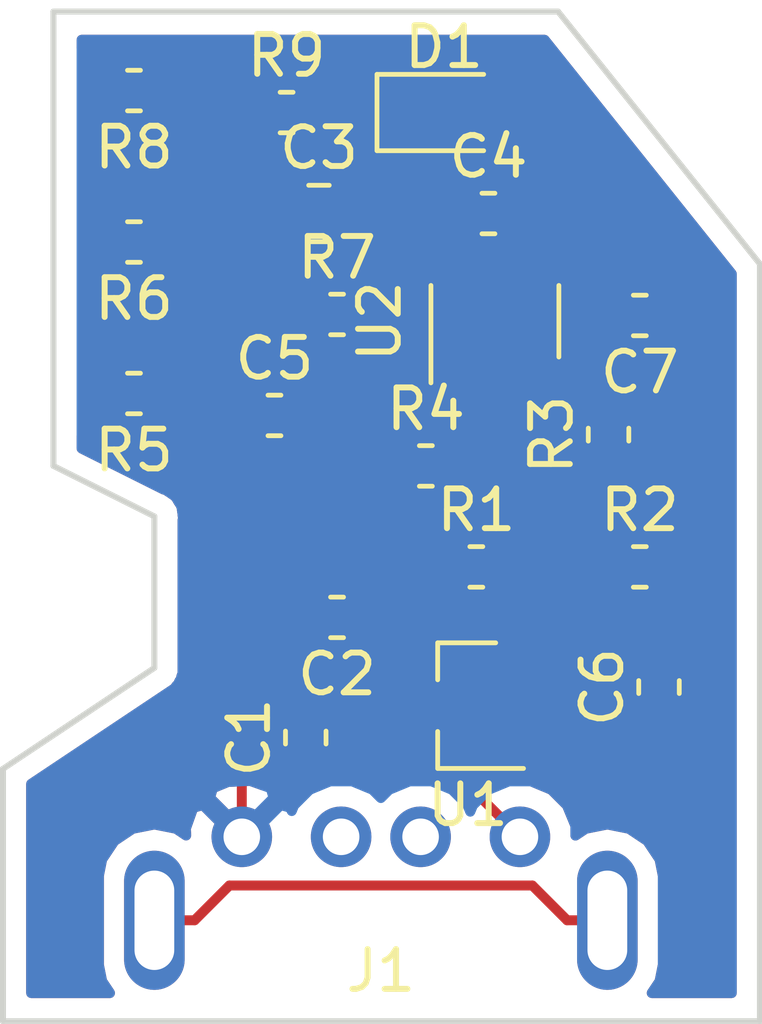
<source format=kicad_pcb>
(kicad_pcb (version 20171130) (host pcbnew "(5.0.2)-1")

  (general
    (thickness 1.6)
    (drawings 11)
    (tracks 112)
    (zones 0)
    (modules 20)
    (nets 16)
  )

  (page A4)
  (layers
    (0 F.Cu signal)
    (31 B.Cu signal)
    (32 B.Adhes user)
    (33 F.Adhes user)
    (34 B.Paste user)
    (35 F.Paste user)
    (36 B.SilkS user)
    (37 F.SilkS user hide)
    (38 B.Mask user)
    (39 F.Mask user)
    (40 Dwgs.User user)
    (41 Cmts.User user)
    (42 Eco1.User user)
    (43 Eco2.User user)
    (44 Edge.Cuts user)
    (45 Margin user)
    (46 B.CrtYd user)
    (47 F.CrtYd user)
    (48 B.Fab user)
    (49 F.Fab user)
  )

  (setup
    (last_trace_width 0.25)
    (trace_clearance 0.2)
    (zone_clearance 0.508)
    (zone_45_only no)
    (trace_min 0.2)
    (segment_width 0.2)
    (edge_width 0.15)
    (via_size 0.8)
    (via_drill 0.4)
    (via_min_size 0.4)
    (via_min_drill 0.3)
    (uvia_size 0.3)
    (uvia_drill 0.1)
    (uvias_allowed no)
    (uvia_min_size 0.2)
    (uvia_min_drill 0.1)
    (pcb_text_width 0.3)
    (pcb_text_size 1.5 1.5)
    (mod_edge_width 0.15)
    (mod_text_size 1 1)
    (mod_text_width 0.15)
    (pad_size 1.524 1.524)
    (pad_drill 0.762)
    (pad_to_mask_clearance 0.051)
    (solder_mask_min_width 0.25)
    (aux_axis_origin 0 0)
    (visible_elements 7FFFFFFF)
    (pcbplotparams
      (layerselection 0x010fc_ffffffff)
      (usegerberextensions false)
      (usegerberattributes false)
      (usegerberadvancedattributes false)
      (creategerberjobfile false)
      (excludeedgelayer true)
      (linewidth 0.100000)
      (plotframeref false)
      (viasonmask false)
      (mode 1)
      (useauxorigin false)
      (hpglpennumber 1)
      (hpglpenspeed 20)
      (hpglpendiameter 15.000000)
      (psnegative false)
      (psa4output false)
      (plotreference true)
      (plotvalue true)
      (plotinvisibletext false)
      (padsonsilk false)
      (subtractmaskfromsilk false)
      (outputformat 1)
      (mirror false)
      (drillshape 1)
      (scaleselection 1)
      (outputdirectory ""))
  )

  (net 0 "")
  (net 1 GND)
  (net 2 "Net-(C1-Pad1)")
  (net 3 "Net-(C2-Pad1)")
  (net 4 "Net-(C3-Pad1)")
  (net 5 +3V3)
  (net 6 "Net-(D1-Pad2)")
  (net 7 "Net-(J1-Pad2)")
  (net 8 "Net-(J1-Pad3)")
  (net 9 "Net-(J1-Pad5)")
  (net 10 "Net-(R1-Pad2)")
  (net 11 "Net-(R3-Pad2)")
  (net 12 "Net-(R4-Pad1)")
  (net 13 "Net-(R5-Pad1)")
  (net 14 "Net-(R6-Pad1)")
  (net 15 "Net-(R7-Pad1)")

  (net_class Default "This is the default net class."
    (clearance 0.2)
    (trace_width 0.25)
    (via_dia 0.8)
    (via_drill 0.4)
    (uvia_dia 0.3)
    (uvia_drill 0.1)
    (add_net +3V3)
    (add_net GND)
    (add_net "Net-(C1-Pad1)")
    (add_net "Net-(C2-Pad1)")
    (add_net "Net-(C3-Pad1)")
    (add_net "Net-(D1-Pad2)")
    (add_net "Net-(J1-Pad2)")
    (add_net "Net-(J1-Pad3)")
    (add_net "Net-(J1-Pad5)")
    (add_net "Net-(R1-Pad2)")
    (add_net "Net-(R3-Pad2)")
    (add_net "Net-(R4-Pad1)")
    (add_net "Net-(R5-Pad1)")
    (add_net "Net-(R6-Pad1)")
    (add_net "Net-(R7-Pad1)")
  )

  (module Resistor_SMD:R_0603_1608Metric (layer F.Cu) (tedit 5B301BBD) (tstamp 5C79C79D)
    (at 81.7625 104.14)
    (descr "Resistor SMD 0603 (1608 Metric), square (rectangular) end terminal, IPC_7351 nominal, (Body size source: http://www.tortai-tech.com/upload/download/2011102023233369053.pdf), generated with kicad-footprint-generator")
    (tags resistor)
    (path /5C60A235)
    (attr smd)
    (fp_text reference R4 (at 0 -1.43) (layer F.SilkS)
      (effects (font (size 1 1) (thickness 0.15)))
    )
    (fp_text value 30.1 (at 0 1.43) (layer F.Fab)
      (effects (font (size 1 1) (thickness 0.15)))
    )
    (fp_line (start -0.8 0.4) (end -0.8 -0.4) (layer F.Fab) (width 0.1))
    (fp_line (start -0.8 -0.4) (end 0.8 -0.4) (layer F.Fab) (width 0.1))
    (fp_line (start 0.8 -0.4) (end 0.8 0.4) (layer F.Fab) (width 0.1))
    (fp_line (start 0.8 0.4) (end -0.8 0.4) (layer F.Fab) (width 0.1))
    (fp_line (start -0.162779 -0.51) (end 0.162779 -0.51) (layer F.SilkS) (width 0.12))
    (fp_line (start -0.162779 0.51) (end 0.162779 0.51) (layer F.SilkS) (width 0.12))
    (fp_line (start -1.48 0.73) (end -1.48 -0.73) (layer F.CrtYd) (width 0.05))
    (fp_line (start -1.48 -0.73) (end 1.48 -0.73) (layer F.CrtYd) (width 0.05))
    (fp_line (start 1.48 -0.73) (end 1.48 0.73) (layer F.CrtYd) (width 0.05))
    (fp_line (start 1.48 0.73) (end -1.48 0.73) (layer F.CrtYd) (width 0.05))
    (fp_text user %R (at 0 0) (layer F.Fab)
      (effects (font (size 0.4 0.4) (thickness 0.06)))
    )
    (pad 1 smd roundrect (at -0.7875 0) (size 0.875 0.95) (layers F.Cu F.Paste F.Mask) (roundrect_rratio 0.25)
      (net 12 "Net-(R4-Pad1)"))
    (pad 2 smd roundrect (at 0.7875 0) (size 0.875 0.95) (layers F.Cu F.Paste F.Mask) (roundrect_rratio 0.25)
      (net 11 "Net-(R3-Pad2)"))
    (model ${KISYS3DMOD}/Resistor_SMD.3dshapes/R_0603_1608Metric.wrl
      (at (xyz 0 0 0))
      (scale (xyz 1 1 1))
      (rotate (xyz 0 0 0))
    )
  )

  (module Capacitor_SMD:C_0603_1608Metric (layer F.Cu) (tedit 5B301BBE) (tstamp 5C79C718)
    (at 77.9525 102.87)
    (descr "Capacitor SMD 0603 (1608 Metric), square (rectangular) end terminal, IPC_7351 nominal, (Body size source: http://www.tortai-tech.com/upload/download/2011102023233369053.pdf), generated with kicad-footprint-generator")
    (tags capacitor)
    (path /5C5B957F)
    (attr smd)
    (fp_text reference C5 (at 0 -1.43) (layer F.SilkS)
      (effects (font (size 1 1) (thickness 0.15)))
    )
    (fp_text value ".1 u" (at 0 1.43) (layer F.Fab)
      (effects (font (size 1 1) (thickness 0.15)))
    )
    (fp_text user %R (at 0 0) (layer F.Fab)
      (effects (font (size 0.4 0.4) (thickness 0.06)))
    )
    (fp_line (start 1.48 0.73) (end -1.48 0.73) (layer F.CrtYd) (width 0.05))
    (fp_line (start 1.48 -0.73) (end 1.48 0.73) (layer F.CrtYd) (width 0.05))
    (fp_line (start -1.48 -0.73) (end 1.48 -0.73) (layer F.CrtYd) (width 0.05))
    (fp_line (start -1.48 0.73) (end -1.48 -0.73) (layer F.CrtYd) (width 0.05))
    (fp_line (start -0.162779 0.51) (end 0.162779 0.51) (layer F.SilkS) (width 0.12))
    (fp_line (start -0.162779 -0.51) (end 0.162779 -0.51) (layer F.SilkS) (width 0.12))
    (fp_line (start 0.8 0.4) (end -0.8 0.4) (layer F.Fab) (width 0.1))
    (fp_line (start 0.8 -0.4) (end 0.8 0.4) (layer F.Fab) (width 0.1))
    (fp_line (start -0.8 -0.4) (end 0.8 -0.4) (layer F.Fab) (width 0.1))
    (fp_line (start -0.8 0.4) (end -0.8 -0.4) (layer F.Fab) (width 0.1))
    (pad 2 smd roundrect (at 0.7875 0) (size 0.875 0.95) (layers F.Cu F.Paste F.Mask) (roundrect_rratio 0.25)
      (net 1 GND))
    (pad 1 smd roundrect (at -0.7875 0) (size 0.875 0.95) (layers F.Cu F.Paste F.Mask) (roundrect_rratio 0.25)
      (net 1 GND))
    (model ${KISYS3DMOD}/Capacitor_SMD.3dshapes/C_0603_1608Metric.wrl
      (at (xyz 0 0 0))
      (scale (xyz 1 1 1))
      (rotate (xyz 0 0 0))
    )
  )

  (module Capacitor_SMD:C_0603_1608Metric (layer F.Cu) (tedit 5B301BBE) (tstamp 5C79C6D4)
    (at 78.74 110.9725 90)
    (descr "Capacitor SMD 0603 (1608 Metric), square (rectangular) end terminal, IPC_7351 nominal, (Body size source: http://www.tortai-tech.com/upload/download/2011102023233369053.pdf), generated with kicad-footprint-generator")
    (tags capacitor)
    (path /5C60CF5C)
    (attr smd)
    (fp_text reference C1 (at 0 -1.43 90) (layer F.SilkS)
      (effects (font (size 1 1) (thickness 0.15)))
    )
    (fp_text value "1 u" (at 0 1.43 90) (layer F.Fab)
      (effects (font (size 1 1) (thickness 0.15)))
    )
    (fp_text user %R (at 0 0 90) (layer F.Fab)
      (effects (font (size 0.4 0.4) (thickness 0.06)))
    )
    (fp_line (start 1.48 0.73) (end -1.48 0.73) (layer F.CrtYd) (width 0.05))
    (fp_line (start 1.48 -0.73) (end 1.48 0.73) (layer F.CrtYd) (width 0.05))
    (fp_line (start -1.48 -0.73) (end 1.48 -0.73) (layer F.CrtYd) (width 0.05))
    (fp_line (start -1.48 0.73) (end -1.48 -0.73) (layer F.CrtYd) (width 0.05))
    (fp_line (start -0.162779 0.51) (end 0.162779 0.51) (layer F.SilkS) (width 0.12))
    (fp_line (start -0.162779 -0.51) (end 0.162779 -0.51) (layer F.SilkS) (width 0.12))
    (fp_line (start 0.8 0.4) (end -0.8 0.4) (layer F.Fab) (width 0.1))
    (fp_line (start 0.8 -0.4) (end 0.8 0.4) (layer F.Fab) (width 0.1))
    (fp_line (start -0.8 -0.4) (end 0.8 -0.4) (layer F.Fab) (width 0.1))
    (fp_line (start -0.8 0.4) (end -0.8 -0.4) (layer F.Fab) (width 0.1))
    (pad 2 smd roundrect (at 0.7875 0 90) (size 0.875 0.95) (layers F.Cu F.Paste F.Mask) (roundrect_rratio 0.25)
      (net 1 GND))
    (pad 1 smd roundrect (at -0.7875 0 90) (size 0.875 0.95) (layers F.Cu F.Paste F.Mask) (roundrect_rratio 0.25)
      (net 2 "Net-(C1-Pad1)"))
    (model ${KISYS3DMOD}/Capacitor_SMD.3dshapes/C_0603_1608Metric.wrl
      (at (xyz 0 0 0))
      (scale (xyz 1 1 1))
      (rotate (xyz 0 0 0))
    )
  )

  (module Capacitor_SMD:C_0603_1608Metric (layer F.Cu) (tedit 5B301BBE) (tstamp 5C79C6E5)
    (at 79.5275 107.95 180)
    (descr "Capacitor SMD 0603 (1608 Metric), square (rectangular) end terminal, IPC_7351 nominal, (Body size source: http://www.tortai-tech.com/upload/download/2011102023233369053.pdf), generated with kicad-footprint-generator")
    (tags capacitor)
    (path /5C60CFBA)
    (attr smd)
    (fp_text reference C2 (at 0 -1.43 180) (layer F.SilkS)
      (effects (font (size 1 1) (thickness 0.15)))
    )
    (fp_text value "1 u" (at 0 1.43 180) (layer F.Fab)
      (effects (font (size 1 1) (thickness 0.15)))
    )
    (fp_line (start -0.8 0.4) (end -0.8 -0.4) (layer F.Fab) (width 0.1))
    (fp_line (start -0.8 -0.4) (end 0.8 -0.4) (layer F.Fab) (width 0.1))
    (fp_line (start 0.8 -0.4) (end 0.8 0.4) (layer F.Fab) (width 0.1))
    (fp_line (start 0.8 0.4) (end -0.8 0.4) (layer F.Fab) (width 0.1))
    (fp_line (start -0.162779 -0.51) (end 0.162779 -0.51) (layer F.SilkS) (width 0.12))
    (fp_line (start -0.162779 0.51) (end 0.162779 0.51) (layer F.SilkS) (width 0.12))
    (fp_line (start -1.48 0.73) (end -1.48 -0.73) (layer F.CrtYd) (width 0.05))
    (fp_line (start -1.48 -0.73) (end 1.48 -0.73) (layer F.CrtYd) (width 0.05))
    (fp_line (start 1.48 -0.73) (end 1.48 0.73) (layer F.CrtYd) (width 0.05))
    (fp_line (start 1.48 0.73) (end -1.48 0.73) (layer F.CrtYd) (width 0.05))
    (fp_text user %R (at 0 0 180) (layer F.Fab)
      (effects (font (size 0.4 0.4) (thickness 0.06)))
    )
    (pad 1 smd roundrect (at -0.7875 0 180) (size 0.875 0.95) (layers F.Cu F.Paste F.Mask) (roundrect_rratio 0.25)
      (net 3 "Net-(C2-Pad1)"))
    (pad 2 smd roundrect (at 0.7875 0 180) (size 0.875 0.95) (layers F.Cu F.Paste F.Mask) (roundrect_rratio 0.25)
      (net 1 GND))
    (model ${KISYS3DMOD}/Capacitor_SMD.3dshapes/C_0603_1608Metric.wrl
      (at (xyz 0 0 0))
      (scale (xyz 1 1 1))
      (rotate (xyz 0 0 0))
    )
  )

  (module Capacitor_SMD:C_0805_2012Metric (layer F.Cu) (tedit 5B36C52B) (tstamp 5C79C6F6)
    (at 79.0725 97.79)
    (descr "Capacitor SMD 0805 (2012 Metric), square (rectangular) end terminal, IPC_7351 nominal, (Body size source: https://docs.google.com/spreadsheets/d/1BsfQQcO9C6DZCsRaXUlFlo91Tg2WpOkGARC1WS5S8t0/edit?usp=sharing), generated with kicad-footprint-generator")
    (tags capacitor)
    (path /5C5748D4)
    (attr smd)
    (fp_text reference C3 (at 0 -1.65) (layer F.SilkS)
      (effects (font (size 1 1) (thickness 0.15)))
    )
    (fp_text value "10 u" (at 0 1.65) (layer F.Fab)
      (effects (font (size 1 1) (thickness 0.15)))
    )
    (fp_line (start -1 0.6) (end -1 -0.6) (layer F.Fab) (width 0.1))
    (fp_line (start -1 -0.6) (end 1 -0.6) (layer F.Fab) (width 0.1))
    (fp_line (start 1 -0.6) (end 1 0.6) (layer F.Fab) (width 0.1))
    (fp_line (start 1 0.6) (end -1 0.6) (layer F.Fab) (width 0.1))
    (fp_line (start -0.258578 -0.71) (end 0.258578 -0.71) (layer F.SilkS) (width 0.12))
    (fp_line (start -0.258578 0.71) (end 0.258578 0.71) (layer F.SilkS) (width 0.12))
    (fp_line (start -1.68 0.95) (end -1.68 -0.95) (layer F.CrtYd) (width 0.05))
    (fp_line (start -1.68 -0.95) (end 1.68 -0.95) (layer F.CrtYd) (width 0.05))
    (fp_line (start 1.68 -0.95) (end 1.68 0.95) (layer F.CrtYd) (width 0.05))
    (fp_line (start 1.68 0.95) (end -1.68 0.95) (layer F.CrtYd) (width 0.05))
    (fp_text user %R (at 0 0) (layer F.Fab)
      (effects (font (size 0.5 0.5) (thickness 0.08)))
    )
    (pad 1 smd roundrect (at -0.9375 0) (size 0.975 1.4) (layers F.Cu F.Paste F.Mask) (roundrect_rratio 0.25)
      (net 4 "Net-(C3-Pad1)"))
    (pad 2 smd roundrect (at 0.9375 0) (size 0.975 1.4) (layers F.Cu F.Paste F.Mask) (roundrect_rratio 0.25)
      (net 1 GND))
    (model ${KISYS3DMOD}/Capacitor_SMD.3dshapes/C_0805_2012Metric.wrl
      (at (xyz 0 0 0))
      (scale (xyz 1 1 1))
      (rotate (xyz 0 0 0))
    )
  )

  (module Capacitor_SMD:C_0603_1608Metric (layer F.Cu) (tedit 5B301BBE) (tstamp 5C79C707)
    (at 83.3375 97.79)
    (descr "Capacitor SMD 0603 (1608 Metric), square (rectangular) end terminal, IPC_7351 nominal, (Body size source: http://www.tortai-tech.com/upload/download/2011102023233369053.pdf), generated with kicad-footprint-generator")
    (tags capacitor)
    (path /5C5B9395)
    (attr smd)
    (fp_text reference C4 (at 0 -1.43) (layer F.SilkS)
      (effects (font (size 1 1) (thickness 0.15)))
    )
    (fp_text value ".1 u" (at 0 1.43) (layer F.Fab)
      (effects (font (size 1 1) (thickness 0.15)))
    )
    (fp_text user %R (at 0 0) (layer F.Fab)
      (effects (font (size 0.4 0.4) (thickness 0.06)))
    )
    (fp_line (start 1.48 0.73) (end -1.48 0.73) (layer F.CrtYd) (width 0.05))
    (fp_line (start 1.48 -0.73) (end 1.48 0.73) (layer F.CrtYd) (width 0.05))
    (fp_line (start -1.48 -0.73) (end 1.48 -0.73) (layer F.CrtYd) (width 0.05))
    (fp_line (start -1.48 0.73) (end -1.48 -0.73) (layer F.CrtYd) (width 0.05))
    (fp_line (start -0.162779 0.51) (end 0.162779 0.51) (layer F.SilkS) (width 0.12))
    (fp_line (start -0.162779 -0.51) (end 0.162779 -0.51) (layer F.SilkS) (width 0.12))
    (fp_line (start 0.8 0.4) (end -0.8 0.4) (layer F.Fab) (width 0.1))
    (fp_line (start 0.8 -0.4) (end 0.8 0.4) (layer F.Fab) (width 0.1))
    (fp_line (start -0.8 -0.4) (end 0.8 -0.4) (layer F.Fab) (width 0.1))
    (fp_line (start -0.8 0.4) (end -0.8 -0.4) (layer F.Fab) (width 0.1))
    (pad 2 smd roundrect (at 0.7875 0) (size 0.875 0.95) (layers F.Cu F.Paste F.Mask) (roundrect_rratio 0.25)
      (net 5 +3V3))
    (pad 1 smd roundrect (at -0.7875 0) (size 0.875 0.95) (layers F.Cu F.Paste F.Mask) (roundrect_rratio 0.25)
      (net 1 GND))
    (model ${KISYS3DMOD}/Capacitor_SMD.3dshapes/C_0603_1608Metric.wrl
      (at (xyz 0 0 0))
      (scale (xyz 1 1 1))
      (rotate (xyz 0 0 0))
    )
  )

  (module Capacitor_SMD:C_0603_1608Metric (layer F.Cu) (tedit 5B301BBE) (tstamp 5C79C729)
    (at 87.63 109.7025 90)
    (descr "Capacitor SMD 0603 (1608 Metric), square (rectangular) end terminal, IPC_7351 nominal, (Body size source: http://www.tortai-tech.com/upload/download/2011102023233369053.pdf), generated with kicad-footprint-generator")
    (tags capacitor)
    (path /5C5B96E3)
    (attr smd)
    (fp_text reference C6 (at 0 -1.43 90) (layer F.SilkS)
      (effects (font (size 1 1) (thickness 0.15)))
    )
    (fp_text value "1 n" (at 0 1.43 90) (layer F.Fab)
      (effects (font (size 1 1) (thickness 0.15)))
    )
    (fp_line (start -0.8 0.4) (end -0.8 -0.4) (layer F.Fab) (width 0.1))
    (fp_line (start -0.8 -0.4) (end 0.8 -0.4) (layer F.Fab) (width 0.1))
    (fp_line (start 0.8 -0.4) (end 0.8 0.4) (layer F.Fab) (width 0.1))
    (fp_line (start 0.8 0.4) (end -0.8 0.4) (layer F.Fab) (width 0.1))
    (fp_line (start -0.162779 -0.51) (end 0.162779 -0.51) (layer F.SilkS) (width 0.12))
    (fp_line (start -0.162779 0.51) (end 0.162779 0.51) (layer F.SilkS) (width 0.12))
    (fp_line (start -1.48 0.73) (end -1.48 -0.73) (layer F.CrtYd) (width 0.05))
    (fp_line (start -1.48 -0.73) (end 1.48 -0.73) (layer F.CrtYd) (width 0.05))
    (fp_line (start 1.48 -0.73) (end 1.48 0.73) (layer F.CrtYd) (width 0.05))
    (fp_line (start 1.48 0.73) (end -1.48 0.73) (layer F.CrtYd) (width 0.05))
    (fp_text user %R (at 0 0 90) (layer F.Fab)
      (effects (font (size 0.4 0.4) (thickness 0.06)))
    )
    (pad 1 smd roundrect (at -0.7875 0 90) (size 0.875 0.95) (layers F.Cu F.Paste F.Mask) (roundrect_rratio 0.25)
      (net 1 GND))
    (pad 2 smd roundrect (at 0.7875 0 90) (size 0.875 0.95) (layers F.Cu F.Paste F.Mask) (roundrect_rratio 0.25)
      (net 1 GND))
    (model ${KISYS3DMOD}/Capacitor_SMD.3dshapes/C_0603_1608Metric.wrl
      (at (xyz 0 0 0))
      (scale (xyz 1 1 1))
      (rotate (xyz 0 0 0))
    )
  )

  (module Capacitor_SMD:C_0603_1608Metric (layer F.Cu) (tedit 5B301BBE) (tstamp 5C79C73A)
    (at 87.1475 100.355001 180)
    (descr "Capacitor SMD 0603 (1608 Metric), square (rectangular) end terminal, IPC_7351 nominal, (Body size source: http://www.tortai-tech.com/upload/download/2011102023233369053.pdf), generated with kicad-footprint-generator")
    (tags capacitor)
    (path /5C5B9521)
    (attr smd)
    (fp_text reference C7 (at 0 -1.43 180) (layer F.SilkS)
      (effects (font (size 1 1) (thickness 0.15)))
    )
    (fp_text value "1 n" (at 0 1.43 180) (layer F.Fab)
      (effects (font (size 1 1) (thickness 0.15)))
    )
    (fp_line (start -0.8 0.4) (end -0.8 -0.4) (layer F.Fab) (width 0.1))
    (fp_line (start -0.8 -0.4) (end 0.8 -0.4) (layer F.Fab) (width 0.1))
    (fp_line (start 0.8 -0.4) (end 0.8 0.4) (layer F.Fab) (width 0.1))
    (fp_line (start 0.8 0.4) (end -0.8 0.4) (layer F.Fab) (width 0.1))
    (fp_line (start -0.162779 -0.51) (end 0.162779 -0.51) (layer F.SilkS) (width 0.12))
    (fp_line (start -0.162779 0.51) (end 0.162779 0.51) (layer F.SilkS) (width 0.12))
    (fp_line (start -1.48 0.73) (end -1.48 -0.73) (layer F.CrtYd) (width 0.05))
    (fp_line (start -1.48 -0.73) (end 1.48 -0.73) (layer F.CrtYd) (width 0.05))
    (fp_line (start 1.48 -0.73) (end 1.48 0.73) (layer F.CrtYd) (width 0.05))
    (fp_line (start 1.48 0.73) (end -1.48 0.73) (layer F.CrtYd) (width 0.05))
    (fp_text user %R (at 0 0 180) (layer F.Fab)
      (effects (font (size 0.4 0.4) (thickness 0.06)))
    )
    (pad 1 smd roundrect (at -0.7875 0 180) (size 0.875 0.95) (layers F.Cu F.Paste F.Mask) (roundrect_rratio 0.25)
      (net 1 GND))
    (pad 2 smd roundrect (at 0.7875 0 180) (size 0.875 0.95) (layers F.Cu F.Paste F.Mask) (roundrect_rratio 0.25)
      (net 5 +3V3))
    (model ${KISYS3DMOD}/Capacitor_SMD.3dshapes/C_0603_1608Metric.wrl
      (at (xyz 0 0 0))
      (scale (xyz 1 1 1))
      (rotate (xyz 0 0 0))
    )
  )

  (module LED_SMD:LED_0805_2012Metric (layer F.Cu) (tedit 5B36C52C) (tstamp 5C79C74D)
    (at 82.2175 95.25)
    (descr "LED SMD 0805 (2012 Metric), square (rectangular) end terminal, IPC_7351 nominal, (Body size source: https://docs.google.com/spreadsheets/d/1BsfQQcO9C6DZCsRaXUlFlo91Tg2WpOkGARC1WS5S8t0/edit?usp=sharing), generated with kicad-footprint-generator")
    (tags diode)
    (path /5C5742E3)
    (attr smd)
    (fp_text reference D1 (at 0 -1.65) (layer F.SilkS)
      (effects (font (size 1 1) (thickness 0.15)))
    )
    (fp_text value LED (at 0 1.65) (layer F.Fab)
      (effects (font (size 1 1) (thickness 0.15)))
    )
    (fp_line (start 1 -0.6) (end -0.7 -0.6) (layer F.Fab) (width 0.1))
    (fp_line (start -0.7 -0.6) (end -1 -0.3) (layer F.Fab) (width 0.1))
    (fp_line (start -1 -0.3) (end -1 0.6) (layer F.Fab) (width 0.1))
    (fp_line (start -1 0.6) (end 1 0.6) (layer F.Fab) (width 0.1))
    (fp_line (start 1 0.6) (end 1 -0.6) (layer F.Fab) (width 0.1))
    (fp_line (start 1 -0.96) (end -1.685 -0.96) (layer F.SilkS) (width 0.12))
    (fp_line (start -1.685 -0.96) (end -1.685 0.96) (layer F.SilkS) (width 0.12))
    (fp_line (start -1.685 0.96) (end 1 0.96) (layer F.SilkS) (width 0.12))
    (fp_line (start -1.68 0.95) (end -1.68 -0.95) (layer F.CrtYd) (width 0.05))
    (fp_line (start -1.68 -0.95) (end 1.68 -0.95) (layer F.CrtYd) (width 0.05))
    (fp_line (start 1.68 -0.95) (end 1.68 0.95) (layer F.CrtYd) (width 0.05))
    (fp_line (start 1.68 0.95) (end -1.68 0.95) (layer F.CrtYd) (width 0.05))
    (fp_text user %R (at 0 0) (layer F.Fab)
      (effects (font (size 0.5 0.5) (thickness 0.08)))
    )
    (pad 1 smd roundrect (at -0.9375 0) (size 0.975 1.4) (layers F.Cu F.Paste F.Mask) (roundrect_rratio 0.25)
      (net 1 GND))
    (pad 2 smd roundrect (at 0.9375 0) (size 0.975 1.4) (layers F.Cu F.Paste F.Mask) (roundrect_rratio 0.25)
      (net 6 "Net-(D1-Pad2)"))
    (model ${KISYS3DMOD}/LED_SMD.3dshapes/LED_0805_2012Metric.wrl
      (at (xyz 0 0 0))
      (scale (xyz 1 1 1))
      (rotate (xyz 0 0 0))
    )
  )

  (module Custom:USBA (layer F.Cu) (tedit 5C60FACC) (tstamp 5C79C759)
    (at 80.63 115.57)
    (path /5C60A930)
    (fp_text reference J1 (at 0 1.27) (layer F.SilkS)
      (effects (font (size 1 1) (thickness 0.15)))
    )
    (fp_text value USB_A (at 0 -0.5) (layer F.Fab)
      (effects (font (size 1 1) (thickness 0.15)))
    )
    (pad 1 thru_hole circle (at 3.5 -2.1) (size 1.524 1.524) (drill 0.92) (layers *.Cu *.Mask)
      (net 2 "Net-(C1-Pad1)") (zone_connect 1))
    (pad 2 thru_hole circle (at 1 -2.1) (size 1.524 1.524) (drill 0.92) (layers *.Cu *.Mask)
      (net 7 "Net-(J1-Pad2)") (zone_connect 1))
    (pad 3 thru_hole circle (at -1 -2.1) (size 1.524 1.524) (drill 0.92) (layers *.Cu *.Mask)
      (net 8 "Net-(J1-Pad3)") (zone_connect 1))
    (pad 4 thru_hole circle (at -3.5 -2.1) (size 1.524 1.524) (drill 0.92) (layers *.Cu *.Mask)
      (net 1 GND) (zone_connect 1))
    (pad 5 thru_hole oval (at -5.7 0) (size 1.524 3.5) (drill oval 1 2.5) (layers *.Cu *.Mask)
      (net 9 "Net-(J1-Pad5)") (zone_connect 1))
    (pad 5 thru_hole oval (at 5.7 0) (size 1.524 3.5) (drill oval 1 2.5) (layers *.Cu *.Mask)
      (net 9 "Net-(J1-Pad5)") (zone_connect 1))
    (pad "" np_thru_hole circle (at -2.25 0) (size 1.1 1.1) (drill 1.1) (layers *.Cu *.Mask))
    (pad "" np_thru_hole circle (at 2.25 0) (size 1.1 1.1) (drill 1.1) (layers *.Cu *.Mask))
  )

  (module Resistor_SMD:R_0603_1608Metric (layer F.Cu) (tedit 5B301BBD) (tstamp 5C79C76A)
    (at 83.0325 106.68)
    (descr "Resistor SMD 0603 (1608 Metric), square (rectangular) end terminal, IPC_7351 nominal, (Body size source: http://www.tortai-tech.com/upload/download/2011102023233369053.pdf), generated with kicad-footprint-generator")
    (tags resistor)
    (path /5C5BA82F)
    (attr smd)
    (fp_text reference R1 (at 0 -1.43) (layer F.SilkS)
      (effects (font (size 1 1) (thickness 0.15)))
    )
    (fp_text value "4.02 k" (at 0 1.43) (layer F.Fab)
      (effects (font (size 1 1) (thickness 0.15)))
    )
    (fp_line (start -0.8 0.4) (end -0.8 -0.4) (layer F.Fab) (width 0.1))
    (fp_line (start -0.8 -0.4) (end 0.8 -0.4) (layer F.Fab) (width 0.1))
    (fp_line (start 0.8 -0.4) (end 0.8 0.4) (layer F.Fab) (width 0.1))
    (fp_line (start 0.8 0.4) (end -0.8 0.4) (layer F.Fab) (width 0.1))
    (fp_line (start -0.162779 -0.51) (end 0.162779 -0.51) (layer F.SilkS) (width 0.12))
    (fp_line (start -0.162779 0.51) (end 0.162779 0.51) (layer F.SilkS) (width 0.12))
    (fp_line (start -1.48 0.73) (end -1.48 -0.73) (layer F.CrtYd) (width 0.05))
    (fp_line (start -1.48 -0.73) (end 1.48 -0.73) (layer F.CrtYd) (width 0.05))
    (fp_line (start 1.48 -0.73) (end 1.48 0.73) (layer F.CrtYd) (width 0.05))
    (fp_line (start 1.48 0.73) (end -1.48 0.73) (layer F.CrtYd) (width 0.05))
    (fp_text user %R (at 0 0) (layer F.Fab)
      (effects (font (size 0.4 0.4) (thickness 0.06)))
    )
    (pad 1 smd roundrect (at -0.7875 0) (size 0.875 0.95) (layers F.Cu F.Paste F.Mask) (roundrect_rratio 0.25)
      (net 3 "Net-(C2-Pad1)"))
    (pad 2 smd roundrect (at 0.7875 0) (size 0.875 0.95) (layers F.Cu F.Paste F.Mask) (roundrect_rratio 0.25)
      (net 10 "Net-(R1-Pad2)"))
    (model ${KISYS3DMOD}/Resistor_SMD.3dshapes/R_0603_1608Metric.wrl
      (at (xyz 0 0 0))
      (scale (xyz 1 1 1))
      (rotate (xyz 0 0 0))
    )
  )

  (module Resistor_SMD:R_0603_1608Metric (layer F.Cu) (tedit 5B301BBD) (tstamp 5C79C77B)
    (at 87.1475 106.68)
    (descr "Resistor SMD 0603 (1608 Metric), square (rectangular) end terminal, IPC_7351 nominal, (Body size source: http://www.tortai-tech.com/upload/download/2011102023233369053.pdf), generated with kicad-footprint-generator")
    (tags resistor)
    (path /5C5BAC56)
    (attr smd)
    (fp_text reference R2 (at 0 -1.43) (layer F.SilkS)
      (effects (font (size 1 1) (thickness 0.15)))
    )
    (fp_text value "4.02 k" (at 0 1.43) (layer F.Fab)
      (effects (font (size 1 1) (thickness 0.15)))
    )
    (fp_text user %R (at 0 0) (layer F.Fab)
      (effects (font (size 0.4 0.4) (thickness 0.06)))
    )
    (fp_line (start 1.48 0.73) (end -1.48 0.73) (layer F.CrtYd) (width 0.05))
    (fp_line (start 1.48 -0.73) (end 1.48 0.73) (layer F.CrtYd) (width 0.05))
    (fp_line (start -1.48 -0.73) (end 1.48 -0.73) (layer F.CrtYd) (width 0.05))
    (fp_line (start -1.48 0.73) (end -1.48 -0.73) (layer F.CrtYd) (width 0.05))
    (fp_line (start -0.162779 0.51) (end 0.162779 0.51) (layer F.SilkS) (width 0.12))
    (fp_line (start -0.162779 -0.51) (end 0.162779 -0.51) (layer F.SilkS) (width 0.12))
    (fp_line (start 0.8 0.4) (end -0.8 0.4) (layer F.Fab) (width 0.1))
    (fp_line (start 0.8 -0.4) (end 0.8 0.4) (layer F.Fab) (width 0.1))
    (fp_line (start -0.8 -0.4) (end 0.8 -0.4) (layer F.Fab) (width 0.1))
    (fp_line (start -0.8 0.4) (end -0.8 -0.4) (layer F.Fab) (width 0.1))
    (pad 2 smd roundrect (at 0.7875 0) (size 0.875 0.95) (layers F.Cu F.Paste F.Mask) (roundrect_rratio 0.25)
      (net 1 GND))
    (pad 1 smd roundrect (at -0.7875 0) (size 0.875 0.95) (layers F.Cu F.Paste F.Mask) (roundrect_rratio 0.25)
      (net 10 "Net-(R1-Pad2)"))
    (model ${KISYS3DMOD}/Resistor_SMD.3dshapes/R_0603_1608Metric.wrl
      (at (xyz 0 0 0))
      (scale (xyz 1 1 1))
      (rotate (xyz 0 0 0))
    )
  )

  (module Resistor_SMD:R_0603_1608Metric (layer F.Cu) (tedit 5B301BBD) (tstamp 5C79C78C)
    (at 86.36 103.3525 90)
    (descr "Resistor SMD 0603 (1608 Metric), square (rectangular) end terminal, IPC_7351 nominal, (Body size source: http://www.tortai-tech.com/upload/download/2011102023233369053.pdf), generated with kicad-footprint-generator")
    (tags resistor)
    (path /5C574887)
    (attr smd)
    (fp_text reference R3 (at 0 -1.43 90) (layer F.SilkS)
      (effects (font (size 1 1) (thickness 0.15)))
    )
    (fp_text value 100 (at 0 1.43 90) (layer F.Fab)
      (effects (font (size 1 1) (thickness 0.15)))
    )
    (fp_text user %R (at 0 0 90) (layer F.Fab)
      (effects (font (size 0.4 0.4) (thickness 0.06)))
    )
    (fp_line (start 1.48 0.73) (end -1.48 0.73) (layer F.CrtYd) (width 0.05))
    (fp_line (start 1.48 -0.73) (end 1.48 0.73) (layer F.CrtYd) (width 0.05))
    (fp_line (start -1.48 -0.73) (end 1.48 -0.73) (layer F.CrtYd) (width 0.05))
    (fp_line (start -1.48 0.73) (end -1.48 -0.73) (layer F.CrtYd) (width 0.05))
    (fp_line (start -0.162779 0.51) (end 0.162779 0.51) (layer F.SilkS) (width 0.12))
    (fp_line (start -0.162779 -0.51) (end 0.162779 -0.51) (layer F.SilkS) (width 0.12))
    (fp_line (start 0.8 0.4) (end -0.8 0.4) (layer F.Fab) (width 0.1))
    (fp_line (start 0.8 -0.4) (end 0.8 0.4) (layer F.Fab) (width 0.1))
    (fp_line (start -0.8 -0.4) (end 0.8 -0.4) (layer F.Fab) (width 0.1))
    (fp_line (start -0.8 0.4) (end -0.8 -0.4) (layer F.Fab) (width 0.1))
    (pad 2 smd roundrect (at 0.7875 0 90) (size 0.875 0.95) (layers F.Cu F.Paste F.Mask) (roundrect_rratio 0.25)
      (net 11 "Net-(R3-Pad2)"))
    (pad 1 smd roundrect (at -0.7875 0 90) (size 0.875 0.95) (layers F.Cu F.Paste F.Mask) (roundrect_rratio 0.25)
      (net 10 "Net-(R1-Pad2)"))
    (model ${KISYS3DMOD}/Resistor_SMD.3dshapes/R_0603_1608Metric.wrl
      (at (xyz 0 0 0))
      (scale (xyz 1 1 1))
      (rotate (xyz 0 0 0))
    )
  )

  (module Resistor_SMD:R_0603_1608Metric (layer F.Cu) (tedit 5B301BBD) (tstamp 5C79C7AE)
    (at 74.416593 102.317307 180)
    (descr "Resistor SMD 0603 (1608 Metric), square (rectangular) end terminal, IPC_7351 nominal, (Body size source: http://www.tortai-tech.com/upload/download/2011102023233369053.pdf), generated with kicad-footprint-generator")
    (tags resistor)
    (path /5C609EEA)
    (attr smd)
    (fp_text reference R5 (at 0 -1.43 180) (layer F.SilkS)
      (effects (font (size 1 1) (thickness 0.15)))
    )
    (fp_text value 20 (at 0 1.43 180) (layer F.Fab)
      (effects (font (size 1 1) (thickness 0.15)))
    )
    (fp_text user %R (at 0 0 180) (layer F.Fab)
      (effects (font (size 0.4 0.4) (thickness 0.06)))
    )
    (fp_line (start 1.48 0.73) (end -1.48 0.73) (layer F.CrtYd) (width 0.05))
    (fp_line (start 1.48 -0.73) (end 1.48 0.73) (layer F.CrtYd) (width 0.05))
    (fp_line (start -1.48 -0.73) (end 1.48 -0.73) (layer F.CrtYd) (width 0.05))
    (fp_line (start -1.48 0.73) (end -1.48 -0.73) (layer F.CrtYd) (width 0.05))
    (fp_line (start -0.162779 0.51) (end 0.162779 0.51) (layer F.SilkS) (width 0.12))
    (fp_line (start -0.162779 -0.51) (end 0.162779 -0.51) (layer F.SilkS) (width 0.12))
    (fp_line (start 0.8 0.4) (end -0.8 0.4) (layer F.Fab) (width 0.1))
    (fp_line (start 0.8 -0.4) (end 0.8 0.4) (layer F.Fab) (width 0.1))
    (fp_line (start -0.8 -0.4) (end 0.8 -0.4) (layer F.Fab) (width 0.1))
    (fp_line (start -0.8 0.4) (end -0.8 -0.4) (layer F.Fab) (width 0.1))
    (pad 2 smd roundrect (at 0.7875 0 180) (size 0.875 0.95) (layers F.Cu F.Paste F.Mask) (roundrect_rratio 0.25)
      (net 12 "Net-(R4-Pad1)"))
    (pad 1 smd roundrect (at -0.7875 0 180) (size 0.875 0.95) (layers F.Cu F.Paste F.Mask) (roundrect_rratio 0.25)
      (net 13 "Net-(R5-Pad1)"))
    (model ${KISYS3DMOD}/Resistor_SMD.3dshapes/R_0603_1608Metric.wrl
      (at (xyz 0 0 0))
      (scale (xyz 1 1 1))
      (rotate (xyz 0 0 0))
    )
  )

  (module Resistor_SMD:R_0603_1608Metric (layer F.Cu) (tedit 5B301BBD) (tstamp 5C79C7BF)
    (at 74.416593 98.507307 180)
    (descr "Resistor SMD 0603 (1608 Metric), square (rectangular) end terminal, IPC_7351 nominal, (Body size source: http://www.tortai-tech.com/upload/download/2011102023233369053.pdf), generated with kicad-footprint-generator")
    (tags resistor)
    (path /5C574774)
    (attr smd)
    (fp_text reference R6 (at 0 -1.43 180) (layer F.SilkS)
      (effects (font (size 1 1) (thickness 0.15)))
    )
    (fp_text value 158 (at 0 1.43 180) (layer F.Fab)
      (effects (font (size 1 1) (thickness 0.15)))
    )
    (fp_text user %R (at 0 0 180) (layer F.Fab)
      (effects (font (size 0.4 0.4) (thickness 0.06)))
    )
    (fp_line (start 1.48 0.73) (end -1.48 0.73) (layer F.CrtYd) (width 0.05))
    (fp_line (start 1.48 -0.73) (end 1.48 0.73) (layer F.CrtYd) (width 0.05))
    (fp_line (start -1.48 -0.73) (end 1.48 -0.73) (layer F.CrtYd) (width 0.05))
    (fp_line (start -1.48 0.73) (end -1.48 -0.73) (layer F.CrtYd) (width 0.05))
    (fp_line (start -0.162779 0.51) (end 0.162779 0.51) (layer F.SilkS) (width 0.12))
    (fp_line (start -0.162779 -0.51) (end 0.162779 -0.51) (layer F.SilkS) (width 0.12))
    (fp_line (start 0.8 0.4) (end -0.8 0.4) (layer F.Fab) (width 0.1))
    (fp_line (start 0.8 -0.4) (end 0.8 0.4) (layer F.Fab) (width 0.1))
    (fp_line (start -0.8 -0.4) (end 0.8 -0.4) (layer F.Fab) (width 0.1))
    (fp_line (start -0.8 0.4) (end -0.8 -0.4) (layer F.Fab) (width 0.1))
    (pad 2 smd roundrect (at 0.7875 0 180) (size 0.875 0.95) (layers F.Cu F.Paste F.Mask) (roundrect_rratio 0.25)
      (net 13 "Net-(R5-Pad1)"))
    (pad 1 smd roundrect (at -0.7875 0 180) (size 0.875 0.95) (layers F.Cu F.Paste F.Mask) (roundrect_rratio 0.25)
      (net 14 "Net-(R6-Pad1)"))
    (model ${KISYS3DMOD}/Resistor_SMD.3dshapes/R_0603_1608Metric.wrl
      (at (xyz 0 0 0))
      (scale (xyz 1 1 1))
      (rotate (xyz 0 0 0))
    )
  )

  (module Resistor_SMD:R_0603_1608Metric (layer F.Cu) (tedit 5B301BBD) (tstamp 5C79C7D0)
    (at 79.5275 100.33)
    (descr "Resistor SMD 0603 (1608 Metric), square (rectangular) end terminal, IPC_7351 nominal, (Body size source: http://www.tortai-tech.com/upload/download/2011102023233369053.pdf), generated with kicad-footprint-generator")
    (tags resistor)
    (path /5C574810)
    (attr smd)
    (fp_text reference R7 (at 0 -1.43) (layer F.SilkS)
      (effects (font (size 1 1) (thickness 0.15)))
    )
    (fp_text value "100 k" (at 0 1.43) (layer F.Fab)
      (effects (font (size 1 1) (thickness 0.15)))
    )
    (fp_line (start -0.8 0.4) (end -0.8 -0.4) (layer F.Fab) (width 0.1))
    (fp_line (start -0.8 -0.4) (end 0.8 -0.4) (layer F.Fab) (width 0.1))
    (fp_line (start 0.8 -0.4) (end 0.8 0.4) (layer F.Fab) (width 0.1))
    (fp_line (start 0.8 0.4) (end -0.8 0.4) (layer F.Fab) (width 0.1))
    (fp_line (start -0.162779 -0.51) (end 0.162779 -0.51) (layer F.SilkS) (width 0.12))
    (fp_line (start -0.162779 0.51) (end 0.162779 0.51) (layer F.SilkS) (width 0.12))
    (fp_line (start -1.48 0.73) (end -1.48 -0.73) (layer F.CrtYd) (width 0.05))
    (fp_line (start -1.48 -0.73) (end 1.48 -0.73) (layer F.CrtYd) (width 0.05))
    (fp_line (start 1.48 -0.73) (end 1.48 0.73) (layer F.CrtYd) (width 0.05))
    (fp_line (start 1.48 0.73) (end -1.48 0.73) (layer F.CrtYd) (width 0.05))
    (fp_text user %R (at 0 0) (layer F.Fab)
      (effects (font (size 0.4 0.4) (thickness 0.06)))
    )
    (pad 1 smd roundrect (at -0.7875 0) (size 0.875 0.95) (layers F.Cu F.Paste F.Mask) (roundrect_rratio 0.25)
      (net 15 "Net-(R7-Pad1)"))
    (pad 2 smd roundrect (at 0.7875 0) (size 0.875 0.95) (layers F.Cu F.Paste F.Mask) (roundrect_rratio 0.25)
      (net 4 "Net-(C3-Pad1)"))
    (model ${KISYS3DMOD}/Resistor_SMD.3dshapes/R_0603_1608Metric.wrl
      (at (xyz 0 0 0))
      (scale (xyz 1 1 1))
      (rotate (xyz 0 0 0))
    )
  )

  (module Resistor_SMD:R_0603_1608Metric (layer F.Cu) (tedit 5B301BBD) (tstamp 5C79C7E1)
    (at 74.416593 94.697307 180)
    (descr "Resistor SMD 0603 (1608 Metric), square (rectangular) end terminal, IPC_7351 nominal, (Body size source: http://www.tortai-tech.com/upload/download/2011102023233369053.pdf), generated with kicad-footprint-generator")
    (tags resistor)
    (path /5C609E43)
    (attr smd)
    (fp_text reference R8 (at 0 -1.43 180) (layer F.SilkS)
      (effects (font (size 1 1) (thickness 0.15)))
    )
    (fp_text value 100 (at 0 1.43 180) (layer F.Fab)
      (effects (font (size 1 1) (thickness 0.15)))
    )
    (fp_line (start -0.8 0.4) (end -0.8 -0.4) (layer F.Fab) (width 0.1))
    (fp_line (start -0.8 -0.4) (end 0.8 -0.4) (layer F.Fab) (width 0.1))
    (fp_line (start 0.8 -0.4) (end 0.8 0.4) (layer F.Fab) (width 0.1))
    (fp_line (start 0.8 0.4) (end -0.8 0.4) (layer F.Fab) (width 0.1))
    (fp_line (start -0.162779 -0.51) (end 0.162779 -0.51) (layer F.SilkS) (width 0.12))
    (fp_line (start -0.162779 0.51) (end 0.162779 0.51) (layer F.SilkS) (width 0.12))
    (fp_line (start -1.48 0.73) (end -1.48 -0.73) (layer F.CrtYd) (width 0.05))
    (fp_line (start -1.48 -0.73) (end 1.48 -0.73) (layer F.CrtYd) (width 0.05))
    (fp_line (start 1.48 -0.73) (end 1.48 0.73) (layer F.CrtYd) (width 0.05))
    (fp_line (start 1.48 0.73) (end -1.48 0.73) (layer F.CrtYd) (width 0.05))
    (fp_text user %R (at 0 0 180) (layer F.Fab)
      (effects (font (size 0.4 0.4) (thickness 0.06)))
    )
    (pad 1 smd roundrect (at -0.7875 0 180) (size 0.875 0.95) (layers F.Cu F.Paste F.Mask) (roundrect_rratio 0.25)
      (net 15 "Net-(R7-Pad1)"))
    (pad 2 smd roundrect (at 0.7875 0 180) (size 0.875 0.95) (layers F.Cu F.Paste F.Mask) (roundrect_rratio 0.25)
      (net 14 "Net-(R6-Pad1)"))
    (model ${KISYS3DMOD}/Resistor_SMD.3dshapes/R_0603_1608Metric.wrl
      (at (xyz 0 0 0))
      (scale (xyz 1 1 1))
      (rotate (xyz 0 0 0))
    )
  )

  (module Resistor_SMD:R_0603_1608Metric (layer F.Cu) (tedit 5B301BBD) (tstamp 5C79C7F2)
    (at 78.2575 95.25)
    (descr "Resistor SMD 0603 (1608 Metric), square (rectangular) end terminal, IPC_7351 nominal, (Body size source: http://www.tortai-tech.com/upload/download/2011102023233369053.pdf), generated with kicad-footprint-generator")
    (tags resistor)
    (path /5C574383)
    (attr smd)
    (fp_text reference R9 (at 0 -1.43) (layer F.SilkS)
      (effects (font (size 1 1) (thickness 0.15)))
    )
    (fp_text value 806 (at 0 1.43) (layer F.Fab)
      (effects (font (size 1 1) (thickness 0.15)))
    )
    (fp_line (start -0.8 0.4) (end -0.8 -0.4) (layer F.Fab) (width 0.1))
    (fp_line (start -0.8 -0.4) (end 0.8 -0.4) (layer F.Fab) (width 0.1))
    (fp_line (start 0.8 -0.4) (end 0.8 0.4) (layer F.Fab) (width 0.1))
    (fp_line (start 0.8 0.4) (end -0.8 0.4) (layer F.Fab) (width 0.1))
    (fp_line (start -0.162779 -0.51) (end 0.162779 -0.51) (layer F.SilkS) (width 0.12))
    (fp_line (start -0.162779 0.51) (end 0.162779 0.51) (layer F.SilkS) (width 0.12))
    (fp_line (start -1.48 0.73) (end -1.48 -0.73) (layer F.CrtYd) (width 0.05))
    (fp_line (start -1.48 -0.73) (end 1.48 -0.73) (layer F.CrtYd) (width 0.05))
    (fp_line (start 1.48 -0.73) (end 1.48 0.73) (layer F.CrtYd) (width 0.05))
    (fp_line (start 1.48 0.73) (end -1.48 0.73) (layer F.CrtYd) (width 0.05))
    (fp_text user %R (at 0 0) (layer F.Fab)
      (effects (font (size 0.4 0.4) (thickness 0.06)))
    )
    (pad 1 smd roundrect (at -0.7875 0) (size 0.875 0.95) (layers F.Cu F.Paste F.Mask) (roundrect_rratio 0.25)
      (net 15 "Net-(R7-Pad1)"))
    (pad 2 smd roundrect (at 0.7875 0) (size 0.875 0.95) (layers F.Cu F.Paste F.Mask) (roundrect_rratio 0.25)
      (net 6 "Net-(D1-Pad2)"))
    (model ${KISYS3DMOD}/Resistor_SMD.3dshapes/R_0603_1608Metric.wrl
      (at (xyz 0 0 0))
      (scale (xyz 1 1 1))
      (rotate (xyz 0 0 0))
    )
  )

  (module Package_TO_SOT_SMD:SOT-23 (layer F.Cu) (tedit 5A02FF57) (tstamp 5C79C807)
    (at 82.82 110.17 180)
    (descr "SOT-23, Standard")
    (tags SOT-23)
    (path /5C60C455)
    (attr smd)
    (fp_text reference U1 (at 0 -2.5 180) (layer F.SilkS)
      (effects (font (size 1 1) (thickness 0.15)))
    )
    (fp_text value LinearReg (at 0 2.5 180) (layer F.Fab)
      (effects (font (size 1 1) (thickness 0.15)))
    )
    (fp_text user %R (at 0 0 270) (layer F.Fab)
      (effects (font (size 0.5 0.5) (thickness 0.075)))
    )
    (fp_line (start -0.7 -0.95) (end -0.7 1.5) (layer F.Fab) (width 0.1))
    (fp_line (start -0.15 -1.52) (end 0.7 -1.52) (layer F.Fab) (width 0.1))
    (fp_line (start -0.7 -0.95) (end -0.15 -1.52) (layer F.Fab) (width 0.1))
    (fp_line (start 0.7 -1.52) (end 0.7 1.52) (layer F.Fab) (width 0.1))
    (fp_line (start -0.7 1.52) (end 0.7 1.52) (layer F.Fab) (width 0.1))
    (fp_line (start 0.76 1.58) (end 0.76 0.65) (layer F.SilkS) (width 0.12))
    (fp_line (start 0.76 -1.58) (end 0.76 -0.65) (layer F.SilkS) (width 0.12))
    (fp_line (start -1.7 -1.75) (end 1.7 -1.75) (layer F.CrtYd) (width 0.05))
    (fp_line (start 1.7 -1.75) (end 1.7 1.75) (layer F.CrtYd) (width 0.05))
    (fp_line (start 1.7 1.75) (end -1.7 1.75) (layer F.CrtYd) (width 0.05))
    (fp_line (start -1.7 1.75) (end -1.7 -1.75) (layer F.CrtYd) (width 0.05))
    (fp_line (start 0.76 -1.58) (end -1.4 -1.58) (layer F.SilkS) (width 0.12))
    (fp_line (start 0.76 1.58) (end -0.7 1.58) (layer F.SilkS) (width 0.12))
    (pad 1 smd rect (at -1 -0.95 180) (size 0.9 0.8) (layers F.Cu F.Paste F.Mask)
      (net 1 GND))
    (pad 2 smd rect (at -1 0.95 180) (size 0.9 0.8) (layers F.Cu F.Paste F.Mask)
      (net 3 "Net-(C2-Pad1)"))
    (pad 3 smd rect (at 1 0 180) (size 0.9 0.8) (layers F.Cu F.Paste F.Mask)
      (net 2 "Net-(C1-Pad1)"))
    (model ${KISYS3DMOD}/Package_TO_SOT_SMD.3dshapes/SOT-23.wrl
      (at (xyz 0 0 0))
      (scale (xyz 1 1 1))
      (rotate (xyz 0 0 0))
    )
  )

  (module Package_TO_SOT_SMD:SOT-23-5 (layer F.Cu) (tedit 5A02FF57) (tstamp 5C79C81C)
    (at 83.5 100.5 90)
    (descr "5-pin SOT23 package")
    (tags SOT-23-5)
    (path /5C5B8FE9)
    (attr smd)
    (fp_text reference U2 (at 0 -2.9 90) (layer F.SilkS)
      (effects (font (size 1 1) (thickness 0.15)))
    )
    (fp_text value OpAmp (at 0 2.9 90) (layer F.Fab)
      (effects (font (size 1 1) (thickness 0.15)))
    )
    (fp_text user %R (at 0 0 180) (layer F.Fab)
      (effects (font (size 0.5 0.5) (thickness 0.075)))
    )
    (fp_line (start -0.9 1.61) (end 0.9 1.61) (layer F.SilkS) (width 0.12))
    (fp_line (start 0.9 -1.61) (end -1.55 -1.61) (layer F.SilkS) (width 0.12))
    (fp_line (start -1.9 -1.8) (end 1.9 -1.8) (layer F.CrtYd) (width 0.05))
    (fp_line (start 1.9 -1.8) (end 1.9 1.8) (layer F.CrtYd) (width 0.05))
    (fp_line (start 1.9 1.8) (end -1.9 1.8) (layer F.CrtYd) (width 0.05))
    (fp_line (start -1.9 1.8) (end -1.9 -1.8) (layer F.CrtYd) (width 0.05))
    (fp_line (start -0.9 -0.9) (end -0.25 -1.55) (layer F.Fab) (width 0.1))
    (fp_line (start 0.9 -1.55) (end -0.25 -1.55) (layer F.Fab) (width 0.1))
    (fp_line (start -0.9 -0.9) (end -0.9 1.55) (layer F.Fab) (width 0.1))
    (fp_line (start 0.9 1.55) (end -0.9 1.55) (layer F.Fab) (width 0.1))
    (fp_line (start 0.9 -1.55) (end 0.9 1.55) (layer F.Fab) (width 0.1))
    (pad 1 smd rect (at -1.1 -0.95 90) (size 1.06 0.65) (layers F.Cu F.Paste F.Mask)
      (net 15 "Net-(R7-Pad1)"))
    (pad 2 smd rect (at -1.1 0 90) (size 1.06 0.65) (layers F.Cu F.Paste F.Mask)
      (net 1 GND))
    (pad 3 smd rect (at -1.1 0.95 90) (size 1.06 0.65) (layers F.Cu F.Paste F.Mask)
      (net 11 "Net-(R3-Pad2)"))
    (pad 4 smd rect (at 1.1 0.95 90) (size 1.06 0.65) (layers F.Cu F.Paste F.Mask)
      (net 4 "Net-(C3-Pad1)"))
    (pad 5 smd rect (at 1.1 -0.95 90) (size 1.06 0.65) (layers F.Cu F.Paste F.Mask)
      (net 5 +3V3))
    (model ${KISYS3DMOD}/Package_TO_SOT_SMD.3dshapes/SOT-23-5.wrl
      (at (xyz 0 0 0))
      (scale (xyz 1 1 1))
      (rotate (xyz 0 0 0))
    )
  )

  (gr_line (start 90.17 99.06) (end 85.09 92.71) (layer Edge.Cuts) (width 0.15))
  (gr_line (start 90.17 118.11) (end 90.17 99.06) (layer Edge.Cuts) (width 0.15))
  (gr_line (start 71.12 118.11) (end 90.17 118.11) (layer Edge.Cuts) (width 0.15))
  (gr_line (start 71.12 116.84) (end 71.12 118.11) (layer Edge.Cuts) (width 0.15))
  (gr_line (start 71.12 111.76) (end 71.12 116.84) (layer Edge.Cuts) (width 0.15))
  (gr_line (start 71.12 115.57) (end 71.12 111.76) (layer Edge.Cuts) (width 0.15))
  (gr_line (start 74.93 109.22) (end 71.12 111.76) (layer Edge.Cuts) (width 0.15))
  (gr_line (start 74.93 105.41) (end 74.93 109.22) (layer Edge.Cuts) (width 0.15))
  (gr_line (start 72.39 104.14) (end 74.93 105.41) (layer Edge.Cuts) (width 0.15))
  (gr_line (start 72.39 92.71) (end 72.39 104.14) (layer Edge.Cuts) (width 0.15))
  (gr_line (start 72.39 92.71) (end 85.09 92.71) (layer Edge.Cuts) (width 0.15))

  (segment (start 83.77 111.12) (end 83.82 111.12) (width 0.25) (layer F.Cu) (net 1))
  (segment (start 83.12 110.47) (end 83.77 111.12) (width 0.25) (layer F.Cu) (net 1))
  (segment (start 83.12 110.034998) (end 83.12 110.47) (width 0.25) (layer F.Cu) (net 1))
  (segment (start 82.530001 109.444999) (end 83.12 110.034998) (width 0.25) (layer F.Cu) (net 1))
  (segment (start 79.480001 109.444999) (end 82.530001 109.444999) (width 0.25) (layer F.Cu) (net 1))
  (segment (start 78.74 110.185) (end 79.480001 109.444999) (width 0.25) (layer F.Cu) (net 1))
  (segment (start 83.48 111.46) (end 83.82 111.12) (width 0.25) (layer F.Cu) (net 1))
  (segment (start 83.82 110.795) (end 83.82 111.12) (width 0.25) (layer F.Cu) (net 1))
  (segment (start 87.935 106.68) (end 83.82 110.795) (width 0.25) (layer F.Cu) (net 1))
  (segment (start 79.453763 97.233763) (end 80.01 97.79) (width 0.25) (layer F.Cu) (net 1))
  (segment (start 78.98499 96.76499) (end 79.453763 97.233763) (width 0.25) (layer F.Cu) (net 1))
  (segment (start 77.65566 96.76499) (end 78.98499 96.76499) (width 0.25) (layer F.Cu) (net 1))
  (segment (start 87.935 100.355001) (end 87.935 106.68) (width 0.25) (layer F.Cu) (net 1))
  (segment (start 87.935 100.355001) (end 84.344989 96.76499) (width 0.25) (layer F.Cu) (net 1))
  (segment (start 87.63 106.985) (end 87.935 106.68) (width 0.25) (layer F.Cu) (net 1))
  (segment (start 87.63 108.915) (end 87.63 106.985) (width 0.25) (layer F.Cu) (net 1))
  (segment (start 87.63 110.49) (end 87.63 108.915) (width 0.25) (layer F.Cu) (net 1))
  (segment (start 83.01 102.87) (end 83.5 102.38) (width 0.25) (layer F.Cu) (net 1))
  (segment (start 78.74 102.87) (end 83.01 102.87) (width 0.25) (layer F.Cu) (net 1))
  (segment (start 78.74 102.87) (end 77.165 102.87) (width 0.25) (layer F.Cu) (net 1))
  (segment (start 83.96751 94.55816) (end 83.96751 96.61748) (width 0.25) (layer F.Cu) (net 1))
  (segment (start 83.63434 94.22499) (end 83.96751 94.55816) (width 0.25) (layer F.Cu) (net 1))
  (segment (start 82.30501 94.22499) (end 83.63434 94.22499) (width 0.25) (layer F.Cu) (net 1))
  (segment (start 81.28 95.25) (end 82.30501 94.22499) (width 0.25) (layer F.Cu) (net 1))
  (segment (start 83.96751 96.61748) (end 83.82 96.76499) (width 0.25) (layer F.Cu) (net 1))
  (segment (start 84.344989 96.76499) (end 83.82 96.76499) (width 0.25) (layer F.Cu) (net 1))
  (segment (start 83.82 96.76499) (end 77.65566 96.76499) (width 0.25) (layer F.Cu) (net 1))
  (segment (start 77.13 111.795) (end 78.74 110.185) (width 0.25) (layer F.Cu) (net 1))
  (segment (start 77.13 113.47) (end 77.13 111.795) (width 0.25) (layer F.Cu) (net 1))
  (segment (start 83.57501 96.76499) (end 83.82 96.76499) (width 0.25) (layer F.Cu) (net 1))
  (segment (start 82.55 97.79) (end 83.57501 96.76499) (width 0.25) (layer F.Cu) (net 1))
  (segment (start 78.74 108.704998) (end 79.480001 109.444999) (width 0.25) (layer F.Cu) (net 1))
  (segment (start 78.74 107.95) (end 78.74 108.704998) (width 0.25) (layer F.Cu) (net 1))
  (segment (start 83.011612 97.328388) (end 82.55 97.79) (width 0.25) (layer F.Cu) (net 1))
  (segment (start 83.35001 96.98999) (end 83.011612 97.328388) (width 0.25) (layer F.Cu) (net 1))
  (segment (start 84.568984 96.98999) (end 83.35001 96.98999) (width 0.25) (layer F.Cu) (net 1))
  (segment (start 87.16001 99.581016) (end 84.568984 96.98999) (width 0.25) (layer F.Cu) (net 1))
  (segment (start 87.16001 103.008984) (end 87.16001 99.581016) (width 0.25) (layer F.Cu) (net 1))
  (segment (start 86.841484 103.32751) (end 87.16001 103.008984) (width 0.25) (layer F.Cu) (net 1))
  (segment (start 85.878516 103.32751) (end 86.841484 103.32751) (width 0.25) (layer F.Cu) (net 1))
  (segment (start 84.266016 104.94001) (end 85.878516 103.32751) (width 0.25) (layer F.Cu) (net 1))
  (segment (start 82.106016 104.94001) (end 84.266016 104.94001) (width 0.25) (layer F.Cu) (net 1))
  (segment (start 81.78749 104.621484) (end 82.106016 104.94001) (width 0.25) (layer F.Cu) (net 1))
  (segment (start 81.78749 103.658516) (end 81.78749 104.621484) (width 0.25) (layer F.Cu) (net 1))
  (segment (start 82.106016 103.33999) (end 81.78749 103.658516) (width 0.25) (layer F.Cu) (net 1))
  (segment (start 82.54001 103.33999) (end 82.106016 103.33999) (width 0.25) (layer F.Cu) (net 1))
  (segment (start 83.5 102.38) (end 82.54001 103.33999) (width 0.25) (layer F.Cu) (net 1))
  (segment (start 83.5 101.6) (end 83.5 102.38) (width 0.25) (layer F.Cu) (net 1))
  (segment (start 80.88 111.76) (end 81.82 110.82) (width 0.25) (layer F.Cu) (net 2))
  (segment (start 78.74 111.76) (end 80.88 111.76) (width 0.25) (layer F.Cu) (net 2))
  (segment (start 81.82 110.82) (end 81.82 110.17) (width 0.25) (layer F.Cu) (net 2))
  (segment (start 81.82 111.16) (end 81.82 110.82) (width 0.25) (layer F.Cu) (net 2))
  (segment (start 84.13 113.47) (end 81.82 111.16) (width 0.25) (layer F.Cu) (net 2))
  (segment (start 80.975 107.95) (end 82.245 106.68) (width 0.25) (layer F.Cu) (net 3))
  (segment (start 80.315 107.95) (end 80.975 107.95) (width 0.25) (layer F.Cu) (net 3))
  (segment (start 83.77 109.22) (end 83.82 109.22) (width 0.25) (layer F.Cu) (net 3))
  (segment (start 82.245 107.695) (end 83.77 109.22) (width 0.25) (layer F.Cu) (net 3))
  (segment (start 82.245 106.68) (end 82.245 107.695) (width 0.25) (layer F.Cu) (net 3))
  (segment (start 84.45 99.195) (end 84.45 99.4) (width 0.25) (layer F.Cu) (net 4))
  (segment (start 83.799999 98.544999) (end 84.45 99.195) (width 0.25) (layer F.Cu) (net 4))
  (segment (start 81.964999 98.544999) (end 83.799999 98.544999) (width 0.25) (layer F.Cu) (net 4))
  (segment (start 81.694988 98.81501) (end 81.964999 98.544999) (width 0.25) (layer F.Cu) (net 4))
  (segment (start 78.135 97.79) (end 79.16001 98.81501) (width 0.25) (layer F.Cu) (net 4))
  (segment (start 80.315 100.33) (end 80.315 99.365) (width 0.25) (layer F.Cu) (net 4))
  (segment (start 80.01 99.06) (end 80.01 98.81501) (width 0.25) (layer F.Cu) (net 4))
  (segment (start 80.315 99.365) (end 80.01 99.06) (width 0.25) (layer F.Cu) (net 4))
  (segment (start 79.16001 98.81501) (end 80.01 98.81501) (width 0.25) (layer F.Cu) (net 4))
  (segment (start 80.01 98.81501) (end 81.694988 98.81501) (width 0.25) (layer F.Cu) (net 4))
  (segment (start 82.55 99.69) (end 82.755 99.69) (width 0.25) (layer F.Cu) (net 5))
  (segment (start 83.300001 100.355001) (end 82.55 99.605) (width 0.25) (layer F.Cu) (net 5))
  (segment (start 82.55 99.605) (end 82.55 99.4) (width 0.25) (layer F.Cu) (net 5))
  (segment (start 86.36 100.355001) (end 83.300001 100.355001) (width 0.25) (layer F.Cu) (net 5))
  (segment (start 86.36 99.780001) (end 86.36 100.355001) (width 0.25) (layer F.Cu) (net 5))
  (segment (start 86.36 99.4875) (end 86.36 99.780001) (width 0.25) (layer F.Cu) (net 5))
  (segment (start 84.6625 97.79) (end 86.36 99.4875) (width 0.25) (layer F.Cu) (net 5))
  (segment (start 84.125 97.79) (end 84.6625 97.79) (width 0.25) (layer F.Cu) (net 5))
  (segment (start 82.598763 95.806237) (end 83.155 95.25) (width 0.25) (layer F.Cu) (net 6))
  (segment (start 82.12999 96.27501) (end 82.598763 95.806237) (width 0.25) (layer F.Cu) (net 6))
  (segment (start 80.07001 96.27501) (end 82.12999 96.27501) (width 0.25) (layer F.Cu) (net 6))
  (segment (start 79.045 95.25) (end 80.07001 96.27501) (width 0.25) (layer F.Cu) (net 6))
  (segment (start 74.93 115.57) (end 74.93 116.558) (width 0.25) (layer F.Cu) (net 9))
  (segment (start 75.942 115.57) (end 74.93 115.57) (width 0.25) (layer F.Cu) (net 9))
  (segment (start 76.817001 114.694999) (end 75.942 115.57) (width 0.25) (layer F.Cu) (net 9))
  (segment (start 84.442999 114.694999) (end 76.817001 114.694999) (width 0.25) (layer F.Cu) (net 9))
  (segment (start 85.318 115.57) (end 84.442999 114.694999) (width 0.25) (layer F.Cu) (net 9))
  (segment (start 86.33 115.57) (end 85.318 115.57) (width 0.25) (layer F.Cu) (net 9))
  (segment (start 83.82 106.68) (end 86.36 106.68) (width 0.25) (layer F.Cu) (net 10))
  (segment (start 86.36 104.14) (end 86.36 106.68) (width 0.25) (layer F.Cu) (net 10))
  (segment (start 85.785 102.565) (end 86.36 102.565) (width 0.25) (layer F.Cu) (net 11))
  (segment (start 85.63 102.565) (end 85.785 102.565) (width 0.25) (layer F.Cu) (net 11))
  (segment (start 84.45 101.6) (end 84.45 102.38) (width 0.25) (layer F.Cu) (net 11))
  (segment (start 84.635 102.565) (end 84.45 102.38) (width 0.25) (layer F.Cu) (net 11))
  (segment (start 86.36 102.565) (end 84.635 102.565) (width 0.25) (layer F.Cu) (net 11))
  (segment (start 84.31 102.38) (end 84.45 102.38) (width 0.25) (layer F.Cu) (net 11))
  (segment (start 82.55 104.14) (end 84.31 102.38) (width 0.25) (layer F.Cu) (net 11))
  (segment (start 74.090705 102.778919) (end 73.629093 102.317307) (width 0.25) (layer F.Cu) (net 12))
  (segment (start 74.429103 103.117317) (end 74.090705 102.778919) (width 0.25) (layer F.Cu) (net 12))
  (segment (start 76.168323 103.117317) (end 74.429103 103.117317) (width 0.25) (layer F.Cu) (net 12))
  (segment (start 77.191006 104.14) (end 76.168323 103.117317) (width 0.25) (layer F.Cu) (net 12))
  (segment (start 80.975 104.14) (end 77.191006 104.14) (width 0.25) (layer F.Cu) (net 12))
  (segment (start 75.204093 100.082307) (end 73.629093 98.507307) (width 0.25) (layer F.Cu) (net 13))
  (segment (start 75.204093 102.317307) (end 75.204093 100.082307) (width 0.25) (layer F.Cu) (net 13))
  (segment (start 75.204093 96.272307) (end 73.629093 94.697307) (width 0.25) (layer F.Cu) (net 14))
  (segment (start 75.204093 98.507307) (end 75.204093 96.272307) (width 0.25) (layer F.Cu) (net 14))
  (segment (start 81.975 101.6) (end 82.55 101.6) (width 0.25) (layer F.Cu) (net 15))
  (segment (start 80.01 101.6) (end 81.975 101.6) (width 0.25) (layer F.Cu) (net 15))
  (segment (start 78.74 100.33) (end 80.01 101.6) (width 0.25) (layer F.Cu) (net 15))
  (segment (start 77.008388 95.711612) (end 77.47 95.25) (width 0.25) (layer F.Cu) (net 15))
  (segment (start 77.008388 98.598388) (end 77.008388 95.711612) (width 0.25) (layer F.Cu) (net 15))
  (segment (start 78.74 100.33) (end 77.008388 98.598388) (width 0.25) (layer F.Cu) (net 15))
  (segment (start 75.756786 95.25) (end 75.204093 94.697307) (width 0.25) (layer F.Cu) (net 15))
  (segment (start 77.47 95.25) (end 75.756786 95.25) (width 0.25) (layer F.Cu) (net 15))

  (zone (net 1) (net_name GND) (layer B.Cu) (tstamp 0) (hatch edge 0.508)
    (connect_pads (clearance 0.508))
    (min_thickness 0.254)
    (fill yes (arc_segments 16) (thermal_gap 0.508) (thermal_bridge_width 0.508))
    (polygon
      (pts
        (xy 90.17 118.11) (xy 90.17 99.06) (xy 85.09 92.71) (xy 72.39 92.71) (xy 72.39 104.14)
        (xy 74.93 105.41) (xy 74.93 109.22) (xy 71.12 111.76) (xy 71.12 118.11)
      )
    )
    (filled_polygon
      (pts
        (xy 89.460001 99.309056) (xy 89.46 117.4) (xy 87.44755 117.4) (xy 87.645944 117.103082) (xy 87.727 116.695588)
        (xy 87.727 114.444412) (xy 87.645944 114.036918) (xy 87.337179 113.57482) (xy 86.875081 113.266056) (xy 86.33 113.157632)
        (xy 85.784918 113.266056) (xy 85.527 113.438392) (xy 85.527 113.192119) (xy 85.31432 112.678663) (xy 84.921337 112.28568)
        (xy 84.407881 112.073) (xy 83.852119 112.073) (xy 83.338663 112.28568) (xy 82.94568 112.678663) (xy 82.88 112.837229)
        (xy 82.81432 112.678663) (xy 82.421337 112.28568) (xy 81.907881 112.073) (xy 81.352119 112.073) (xy 80.838663 112.28568)
        (xy 80.63 112.494343) (xy 80.421337 112.28568) (xy 79.907881 112.073) (xy 79.352119 112.073) (xy 78.838663 112.28568)
        (xy 78.44568 112.678663) (xy 78.386572 112.821363) (xy 78.352397 112.738857) (xy 78.110213 112.669392) (xy 77.309605 113.47)
        (xy 77.323748 113.484143) (xy 77.144143 113.663748) (xy 77.13 113.649605) (xy 77.115858 113.663748) (xy 76.936253 113.484143)
        (xy 76.950395 113.47) (xy 76.149787 112.669392) (xy 75.907603 112.738857) (xy 75.720856 113.262302) (xy 75.729554 113.43609)
        (xy 75.475081 113.266056) (xy 74.93 113.157632) (xy 74.384918 113.266056) (xy 73.92282 113.574821) (xy 73.614056 114.036919)
        (xy 73.533 114.444413) (xy 73.533001 116.695588) (xy 73.614057 117.103082) (xy 73.812451 117.4) (xy 71.83 117.4)
        (xy 71.83 112.489787) (xy 76.329392 112.489787) (xy 77.13 113.290395) (xy 77.930608 112.489787) (xy 77.861143 112.247603)
        (xy 77.337698 112.060856) (xy 76.782632 112.088638) (xy 76.398857 112.247603) (xy 76.329392 112.489787) (xy 71.83 112.489787)
        (xy 71.83 112.13998) (xy 75.20665 109.88888) (xy 75.207028 109.888805) (xy 75.324017 109.810635) (xy 75.382018 109.771968)
        (xy 75.382284 109.771702) (xy 75.441881 109.731881) (xy 75.481285 109.672909) (xy 75.531487 109.622812) (xy 75.558984 109.556624)
        (xy 75.598805 109.497028) (xy 75.612642 109.427466) (xy 75.639851 109.361971) (xy 75.639926 109.290299) (xy 75.64 109.289926)
        (xy 75.64 109.219307) (xy 75.640146 109.079516) (xy 75.64 109.079162) (xy 75.64 105.505454) (xy 75.652087 105.461317)
        (xy 75.64 105.365435) (xy 75.64 105.340074) (xy 75.631271 105.29619) (xy 75.61676 105.181079) (xy 75.60388 105.158483)
        (xy 75.598805 105.132972) (xy 75.534341 105.036495) (xy 75.476879 104.935693) (xy 75.45633 104.919745) (xy 75.44188 104.898119)
        (xy 75.345413 104.833662) (xy 75.310065 104.806228) (xy 75.287382 104.794886) (xy 75.207027 104.741195) (xy 75.162143 104.732267)
        (xy 73.1 103.701196) (xy 73.1 93.42) (xy 84.748757 93.42)
      )
    )
  )
  (zone (net 1) (net_name GND) (layer F.Cu) (tstamp 0) (hatch edge 0.508)
    (connect_pads (clearance 0.508))
    (min_thickness 0.254)
    (fill yes (arc_segments 16) (thermal_gap 0.508) (thermal_bridge_width 0.508))
    (polygon
      (pts
        (xy 72.39 92.71) (xy 85.09 92.71) (xy 90.17 99.06) (xy 90.17 118.11) (xy 71.12 118.11)
        (xy 71.12 111.76) (xy 74.93 109.22) (xy 74.93 105.41) (xy 72.39 104.14)
      )
    )
    (filled_polygon
      (pts
        (xy 89.460001 99.309056) (xy 89.46 117.4) (xy 87.44755 117.4) (xy 87.645944 117.103082) (xy 87.727 116.695588)
        (xy 87.727 114.444412) (xy 87.645944 114.036918) (xy 87.337179 113.57482) (xy 86.875081 113.266056) (xy 86.33 113.157632)
        (xy 85.784918 113.266056) (xy 85.527 113.438392) (xy 85.527 113.192119) (xy 85.31432 112.678663) (xy 84.921337 112.28568)
        (xy 84.501078 112.111603) (xy 84.629698 112.058327) (xy 84.808327 111.879699) (xy 84.905 111.64631) (xy 84.905 111.40575)
        (xy 84.74625 111.247) (xy 83.947 111.247) (xy 83.947 111.267) (xy 83.693 111.267) (xy 83.693 111.247)
        (xy 83.673 111.247) (xy 83.673 110.993) (xy 83.693 110.993) (xy 83.693 110.973) (xy 83.947 110.973)
        (xy 83.947 110.993) (xy 84.74625 110.993) (xy 84.905 110.83425) (xy 84.905 110.77575) (xy 86.52 110.77575)
        (xy 86.52 111.053809) (xy 86.616673 111.287198) (xy 86.795301 111.465827) (xy 87.02869 111.5625) (xy 87.34425 111.5625)
        (xy 87.503 111.40375) (xy 87.503 110.617) (xy 87.757 110.617) (xy 87.757 111.40375) (xy 87.91575 111.5625)
        (xy 88.23131 111.5625) (xy 88.464699 111.465827) (xy 88.643327 111.287198) (xy 88.74 111.053809) (xy 88.74 110.77575)
        (xy 88.58125 110.617) (xy 87.757 110.617) (xy 87.503 110.617) (xy 86.67875 110.617) (xy 86.52 110.77575)
        (xy 84.905 110.77575) (xy 84.905 110.59369) (xy 84.808327 110.360301) (xy 84.629698 110.181673) (xy 84.594306 110.167013)
        (xy 84.727809 110.077809) (xy 84.868157 109.867765) (xy 84.91744 109.62) (xy 84.91744 109.20075) (xy 86.52 109.20075)
        (xy 86.52 109.478809) (xy 86.612656 109.7025) (xy 86.52 109.926191) (xy 86.52 110.20425) (xy 86.67875 110.363)
        (xy 87.503 110.363) (xy 87.503 109.042) (xy 87.757 109.042) (xy 87.757 110.363) (xy 88.58125 110.363)
        (xy 88.74 110.20425) (xy 88.74 109.926191) (xy 88.647344 109.7025) (xy 88.74 109.478809) (xy 88.74 109.20075)
        (xy 88.58125 109.042) (xy 87.757 109.042) (xy 87.503 109.042) (xy 86.67875 109.042) (xy 86.52 109.20075)
        (xy 84.91744 109.20075) (xy 84.91744 108.82) (xy 84.868157 108.572235) (xy 84.727809 108.362191) (xy 84.711347 108.351191)
        (xy 86.52 108.351191) (xy 86.52 108.62925) (xy 86.67875 108.788) (xy 87.503 108.788) (xy 87.503 108.00125)
        (xy 87.757 108.00125) (xy 87.757 108.788) (xy 88.58125 108.788) (xy 88.74 108.62925) (xy 88.74 108.351191)
        (xy 88.643327 108.117802) (xy 88.464699 107.939173) (xy 88.23131 107.8425) (xy 87.91575 107.8425) (xy 87.757 108.00125)
        (xy 87.503 108.00125) (xy 87.34425 107.8425) (xy 87.02869 107.8425) (xy 86.795301 107.939173) (xy 86.616673 108.117802)
        (xy 86.52 108.351191) (xy 84.711347 108.351191) (xy 84.517765 108.221843) (xy 84.27 108.17256) (xy 83.797362 108.17256)
        (xy 83.384034 107.759233) (xy 83.60125 107.80244) (xy 84.03875 107.80244) (xy 84.370227 107.736505) (xy 84.651239 107.548739)
        (xy 84.723896 107.44) (xy 85.456104 107.44) (xy 85.528761 107.548739) (xy 85.809773 107.736505) (xy 86.14125 107.80244)
        (xy 86.57875 107.80244) (xy 86.910227 107.736505) (xy 87.072531 107.628057) (xy 87.137802 107.693327) (xy 87.371191 107.79)
        (xy 87.64925 107.79) (xy 87.808 107.63125) (xy 87.808 106.807) (xy 88.062 106.807) (xy 88.062 107.63125)
        (xy 88.22075 107.79) (xy 88.498809 107.79) (xy 88.732198 107.693327) (xy 88.910827 107.514699) (xy 89.0075 107.28131)
        (xy 89.0075 106.96575) (xy 88.84875 106.807) (xy 88.062 106.807) (xy 87.808 106.807) (xy 87.788 106.807)
        (xy 87.788 106.553) (xy 87.808 106.553) (xy 87.808 105.72875) (xy 88.062 105.72875) (xy 88.062 106.553)
        (xy 88.84875 106.553) (xy 89.0075 106.39425) (xy 89.0075 106.07869) (xy 88.910827 105.845301) (xy 88.732198 105.666673)
        (xy 88.498809 105.57) (xy 88.22075 105.57) (xy 88.062 105.72875) (xy 87.808 105.72875) (xy 87.64925 105.57)
        (xy 87.371191 105.57) (xy 87.137802 105.666673) (xy 87.12 105.684475) (xy 87.12 105.043896) (xy 87.228739 104.971239)
        (xy 87.416505 104.690227) (xy 87.48244 104.35875) (xy 87.48244 103.92125) (xy 87.416505 103.589773) (xy 87.257964 103.3525)
        (xy 87.416505 103.115227) (xy 87.48244 102.78375) (xy 87.48244 102.34625) (xy 87.416505 102.014773) (xy 87.228739 101.733761)
        (xy 86.947727 101.545995) (xy 86.61625 101.48006) (xy 86.10375 101.48006) (xy 85.772273 101.545995) (xy 85.491261 101.733761)
        (xy 85.443661 101.805) (xy 85.42244 101.805) (xy 85.42244 101.115001) (xy 85.456104 101.115001) (xy 85.528761 101.22374)
        (xy 85.809773 101.411506) (xy 86.14125 101.477441) (xy 86.57875 101.477441) (xy 86.910227 101.411506) (xy 87.072531 101.303058)
        (xy 87.137802 101.368328) (xy 87.371191 101.465001) (xy 87.64925 101.465001) (xy 87.808 101.306251) (xy 87.808 100.482001)
        (xy 88.062 100.482001) (xy 88.062 101.306251) (xy 88.22075 101.465001) (xy 88.498809 101.465001) (xy 88.732198 101.368328)
        (xy 88.910827 101.1897) (xy 89.0075 100.956311) (xy 89.0075 100.640751) (xy 88.84875 100.482001) (xy 88.062 100.482001)
        (xy 87.808 100.482001) (xy 87.788 100.482001) (xy 87.788 100.228001) (xy 87.808 100.228001) (xy 87.808 99.403751)
        (xy 88.062 99.403751) (xy 88.062 100.228001) (xy 88.84875 100.228001) (xy 89.0075 100.069251) (xy 89.0075 99.753691)
        (xy 88.910827 99.520302) (xy 88.732198 99.341674) (xy 88.498809 99.245001) (xy 88.22075 99.245001) (xy 88.062 99.403751)
        (xy 87.808 99.403751) (xy 87.64925 99.245001) (xy 87.371191 99.245001) (xy 87.137802 99.341674) (xy 87.111178 99.368298)
        (xy 87.075904 99.190963) (xy 86.907929 98.939571) (xy 86.844473 98.897171) (xy 85.252831 97.30553) (xy 85.210429 97.242071)
        (xy 85.13847 97.19399) (xy 84.956239 96.921261) (xy 84.675227 96.733495) (xy 84.34375 96.66756) (xy 83.90625 96.66756)
        (xy 83.574773 96.733495) (xy 83.412469 96.841943) (xy 83.347198 96.776673) (xy 83.113809 96.68) (xy 82.83575 96.68)
        (xy 82.677002 96.838748) (xy 82.677002 96.823552) (xy 82.677919 96.822939) (xy 82.720321 96.75948) (xy 82.887154 96.592647)
        (xy 82.91125 96.59744) (xy 83.39875 96.59744) (xy 83.739794 96.529602) (xy 84.028916 96.336416) (xy 84.222102 96.047294)
        (xy 84.28994 95.70625) (xy 84.28994 94.79375) (xy 84.222102 94.452706) (xy 84.028916 94.163584) (xy 83.739794 93.970398)
        (xy 83.39875 93.90256) (xy 82.91125 93.90256) (xy 82.570206 93.970398) (xy 82.281084 94.163584) (xy 82.280293 94.164767)
        (xy 82.127198 94.011673) (xy 81.893809 93.915) (xy 81.56575 93.915) (xy 81.407 94.07375) (xy 81.407 95.123)
        (xy 81.427 95.123) (xy 81.427 95.377) (xy 81.407 95.377) (xy 81.407 95.397) (xy 81.153 95.397)
        (xy 81.153 95.377) (xy 80.31625 95.377) (xy 80.281526 95.411724) (xy 80.12994 95.260138) (xy 80.12994 94.99375)
        (xy 80.064005 94.662273) (xy 79.90459 94.42369) (xy 80.1575 94.42369) (xy 80.1575 94.96425) (xy 80.31625 95.123)
        (xy 81.153 95.123) (xy 81.153 94.07375) (xy 80.99425 93.915) (xy 80.666191 93.915) (xy 80.432802 94.011673)
        (xy 80.254173 94.190301) (xy 80.1575 94.42369) (xy 79.90459 94.42369) (xy 79.876239 94.381261) (xy 79.595227 94.193495)
        (xy 79.26375 94.12756) (xy 78.82625 94.12756) (xy 78.494773 94.193495) (xy 78.2575 94.352036) (xy 78.020227 94.193495)
        (xy 77.68875 94.12756) (xy 77.25125 94.12756) (xy 76.919773 94.193495) (xy 76.638761 94.381261) (xy 76.566104 94.49)
        (xy 76.289033 94.49) (xy 76.289033 94.441057) (xy 76.223098 94.10958) (xy 76.035332 93.828568) (xy 75.75432 93.640802)
        (xy 75.422843 93.574867) (xy 74.985343 93.574867) (xy 74.653866 93.640802) (xy 74.416593 93.799343) (xy 74.17932 93.640802)
        (xy 73.847843 93.574867) (xy 73.410343 93.574867) (xy 73.1 93.636598) (xy 73.1 93.42) (xy 84.748757 93.42)
      )
    )
    (filled_polygon
      (pts
        (xy 84.560148 103.325) (xy 84.560152 103.325) (xy 84.635 103.339888) (xy 84.709848 103.325) (xy 85.443661 103.325)
        (xy 85.462036 103.3525) (xy 85.303495 103.589773) (xy 85.23756 103.92125) (xy 85.23756 104.35875) (xy 85.303495 104.690227)
        (xy 85.491261 104.971239) (xy 85.6 105.043896) (xy 85.600001 105.76366) (xy 85.528761 105.811261) (xy 85.456104 105.92)
        (xy 84.723896 105.92) (xy 84.651239 105.811261) (xy 84.370227 105.623495) (xy 84.03875 105.55756) (xy 83.60125 105.55756)
        (xy 83.269773 105.623495) (xy 83.0325 105.782036) (xy 82.795227 105.623495) (xy 82.46375 105.55756) (xy 82.02625 105.55756)
        (xy 81.694773 105.623495) (xy 81.413761 105.811261) (xy 81.225995 106.092273) (xy 81.16006 106.42375) (xy 81.16006 106.690138)
        (xy 80.920063 106.930135) (xy 80.865227 106.893495) (xy 80.53375 106.82756) (xy 80.09625 106.82756) (xy 79.764773 106.893495)
        (xy 79.602469 107.001943) (xy 79.537198 106.936673) (xy 79.303809 106.84) (xy 79.02575 106.84) (xy 78.867 106.99875)
        (xy 78.867 107.823) (xy 78.887 107.823) (xy 78.887 108.077) (xy 78.867 108.077) (xy 78.867 108.90125)
        (xy 79.02575 109.06) (xy 79.303809 109.06) (xy 79.537198 108.963327) (xy 79.602469 108.898057) (xy 79.764773 109.006505)
        (xy 80.09625 109.07244) (xy 80.53375 109.07244) (xy 80.865227 109.006505) (xy 81.146239 108.818739) (xy 81.244807 108.671221)
        (xy 81.271537 108.665904) (xy 81.522929 108.497929) (xy 81.565331 108.43447) (xy 81.73292 108.266882) (xy 81.760528 108.285329)
        (xy 82.72256 109.247362) (xy 82.72256 109.308684) (xy 82.517765 109.171843) (xy 82.27 109.12256) (xy 81.37 109.12256)
        (xy 81.122235 109.171843) (xy 80.912191 109.312191) (xy 80.771843 109.522235) (xy 80.72256 109.77) (xy 80.72256 110.57)
        (xy 80.767793 110.797405) (xy 80.565199 111) (xy 79.735525 111) (xy 79.753327 110.982198) (xy 79.85 110.748809)
        (xy 79.85 110.47075) (xy 79.69125 110.312) (xy 78.867 110.312) (xy 78.867 110.332) (xy 78.613 110.332)
        (xy 78.613 110.312) (xy 77.78875 110.312) (xy 77.63 110.47075) (xy 77.63 110.748809) (xy 77.726673 110.982198)
        (xy 77.791943 111.047469) (xy 77.683495 111.209773) (xy 77.61756 111.54125) (xy 77.61756 111.97875) (xy 77.656517 112.1746)
        (xy 77.337698 112.060856) (xy 76.782632 112.088638) (xy 76.398857 112.247603) (xy 76.329392 112.489787) (xy 77.13 113.290395)
        (xy 77.144143 113.276253) (xy 77.323748 113.455858) (xy 77.309605 113.47) (xy 77.323748 113.484143) (xy 77.144143 113.663748)
        (xy 77.13 113.649605) (xy 77.115858 113.663748) (xy 76.936253 113.484143) (xy 76.950395 113.47) (xy 76.149787 112.669392)
        (xy 75.907603 112.738857) (xy 75.720856 113.262302) (xy 75.729554 113.43609) (xy 75.475081 113.266056) (xy 74.93 113.157632)
        (xy 74.384918 113.266056) (xy 73.92282 113.574821) (xy 73.614056 114.036919) (xy 73.533 114.444413) (xy 73.533001 116.695588)
        (xy 73.614057 117.103082) (xy 73.812451 117.4) (xy 71.83 117.4) (xy 71.83 112.13998) (xy 75.20665 109.88888)
        (xy 75.207028 109.888805) (xy 75.324017 109.810635) (xy 75.382018 109.771968) (xy 75.382284 109.771702) (xy 75.441881 109.731881)
        (xy 75.481285 109.672909) (xy 75.531487 109.622812) (xy 75.53216 109.621191) (xy 77.63 109.621191) (xy 77.63 109.89925)
        (xy 77.78875 110.058) (xy 78.613 110.058) (xy 78.613 109.27125) (xy 78.867 109.27125) (xy 78.867 110.058)
        (xy 79.69125 110.058) (xy 79.85 109.89925) (xy 79.85 109.621191) (xy 79.753327 109.387802) (xy 79.574699 109.209173)
        (xy 79.34131 109.1125) (xy 79.02575 109.1125) (xy 78.867 109.27125) (xy 78.613 109.27125) (xy 78.45425 109.1125)
        (xy 78.13869 109.1125) (xy 77.905301 109.209173) (xy 77.726673 109.387802) (xy 77.63 109.621191) (xy 75.53216 109.621191)
        (xy 75.558984 109.556624) (xy 75.598805 109.497028) (xy 75.612642 109.427466) (xy 75.639851 109.361971) (xy 75.639926 109.290299)
        (xy 75.64 109.289926) (xy 75.64 109.219307) (xy 75.640146 109.079516) (xy 75.64 109.079162) (xy 75.64 108.23575)
        (xy 77.6675 108.23575) (xy 77.6675 108.55131) (xy 77.764173 108.784699) (xy 77.942802 108.963327) (xy 78.176191 109.06)
        (xy 78.45425 109.06) (xy 78.613 108.90125) (xy 78.613 108.077) (xy 77.82625 108.077) (xy 77.6675 108.23575)
        (xy 75.64 108.23575) (xy 75.64 107.34869) (xy 77.6675 107.34869) (xy 77.6675 107.66425) (xy 77.82625 107.823)
        (xy 78.613 107.823) (xy 78.613 106.99875) (xy 78.45425 106.84) (xy 78.176191 106.84) (xy 77.942802 106.936673)
        (xy 77.764173 107.115301) (xy 77.6675 107.34869) (xy 75.64 107.34869) (xy 75.64 105.505454) (xy 75.652087 105.461317)
        (xy 75.64 105.365435) (xy 75.64 105.340074) (xy 75.631271 105.29619) (xy 75.61676 105.181079) (xy 75.60388 105.158483)
        (xy 75.598805 105.132972) (xy 75.534341 105.036495) (xy 75.476879 104.935693) (xy 75.45633 104.919745) (xy 75.44188 104.898119)
        (xy 75.345413 104.833662) (xy 75.310065 104.806228) (xy 75.287382 104.794886) (xy 75.207027 104.741195) (xy 75.162143 104.732267)
        (xy 73.1 103.701196) (xy 73.1 103.378016) (xy 73.410343 103.439747) (xy 73.676732 103.439747) (xy 73.838772 103.601787)
        (xy 73.881174 103.665246) (xy 74.132566 103.833221) (xy 74.354251 103.877317) (xy 74.354255 103.877317) (xy 74.429102 103.892205)
        (xy 74.503949 103.877317) (xy 75.853522 103.877317) (xy 76.600677 104.624473) (xy 76.643077 104.687929) (xy 76.894469 104.855904)
        (xy 77.116154 104.9) (xy 77.116158 104.9) (xy 77.191005 104.914888) (xy 77.265852 104.9) (xy 80.071104 104.9)
        (xy 80.143761 105.008739) (xy 80.424773 105.196505) (xy 80.75625 105.26244) (xy 81.19375 105.26244) (xy 81.525227 105.196505)
        (xy 81.7625 105.037964) (xy 81.999773 105.196505) (xy 82.33125 105.26244) (xy 82.76875 105.26244) (xy 83.100227 105.196505)
        (xy 83.381239 105.008739) (xy 83.569005 104.727727) (xy 83.63494 104.39625) (xy 83.63494 104.129861) (xy 84.459769 103.305033)
      )
    )
    (filled_polygon
      (pts
        (xy 83.045694 110.167013) (xy 83.010302 110.181673) (xy 82.91744 110.274534) (xy 82.91744 110.081316)
      )
    )
    (filled_polygon
      (pts
        (xy 76.292484 98.894924) (xy 76.460459 99.146317) (xy 76.523918 99.188719) (xy 77.65506 100.319862) (xy 77.65506 100.58625)
        (xy 77.720995 100.917727) (xy 77.908761 101.198739) (xy 78.189773 101.386505) (xy 78.52125 101.45244) (xy 78.787639 101.45244)
        (xy 79.095198 101.76) (xy 79.02575 101.76) (xy 78.867 101.91875) (xy 78.867 102.743) (xy 79.65375 102.743)
        (xy 79.8125 102.58425) (xy 79.8125 102.335604) (xy 79.935148 102.36) (xy 79.935152 102.36) (xy 80.009999 102.374888)
        (xy 80.084846 102.36) (xy 81.623309 102.36) (xy 81.626843 102.377765) (xy 81.767191 102.587809) (xy 81.977235 102.728157)
        (xy 82.225 102.77744) (xy 82.837759 102.77744) (xy 82.597639 103.01756) (xy 82.33125 103.01756) (xy 81.999773 103.083495)
        (xy 81.7625 103.242036) (xy 81.525227 103.083495) (xy 81.19375 103.01756) (xy 80.75625 103.01756) (xy 80.424773 103.083495)
        (xy 80.143761 103.271261) (xy 80.071104 103.38) (xy 79.8125 103.38) (xy 79.8125 103.15575) (xy 79.65375 102.997)
        (xy 78.867 102.997) (xy 78.867 103.017) (xy 78.613 103.017) (xy 78.613 102.997) (xy 77.292 102.997)
        (xy 77.292 103.017) (xy 77.142808 103.017) (xy 77.018 102.892193) (xy 77.018 102.743) (xy 77.038 102.743)
        (xy 77.038 101.91875) (xy 77.292 101.91875) (xy 77.292 102.743) (xy 78.613 102.743) (xy 78.613 101.91875)
        (xy 78.45425 101.76) (xy 78.176191 101.76) (xy 77.9525 101.852656) (xy 77.728809 101.76) (xy 77.45075 101.76)
        (xy 77.292 101.91875) (xy 77.038 101.91875) (xy 76.87925 101.76) (xy 76.601191 101.76) (xy 76.367802 101.856673)
        (xy 76.268192 101.956282) (xy 76.223098 101.72958) (xy 76.035332 101.448568) (xy 75.964093 101.400968) (xy 75.964093 100.157153)
        (xy 75.978981 100.082306) (xy 75.964093 100.007459) (xy 75.964093 100.007455) (xy 75.919997 99.78577) (xy 75.858759 99.694121)
        (xy 75.794422 99.597833) (xy 75.79442 99.597831) (xy 75.766328 99.555788) (xy 76.035332 99.376046) (xy 76.223098 99.095034)
        (xy 76.277693 98.820566)
      )
    )
    (filled_polygon
      (pts
        (xy 81.4775 97.18869) (xy 81.4775 97.50425) (xy 81.63625 97.663) (xy 82.423 97.663) (xy 82.423 97.643)
        (xy 82.677 97.643) (xy 82.677 97.663) (xy 82.697 97.663) (xy 82.697 97.784999) (xy 82.039845 97.784999)
        (xy 81.964998 97.770111) (xy 81.890151 97.784999) (xy 81.890147 97.784999) (xy 81.668462 97.829095) (xy 81.41707 97.99707)
        (xy 81.378356 98.05501) (xy 81.11176 98.05501) (xy 80.97375 97.917) (xy 80.137 97.917) (xy 80.137 97.937)
        (xy 79.883 97.937) (xy 79.883 97.917) (xy 79.863 97.917) (xy 79.863 97.663) (xy 79.883 97.663)
        (xy 79.883 97.643) (xy 80.137 97.643) (xy 80.137 97.663) (xy 80.97375 97.663) (xy 81.1325 97.50425)
        (xy 81.1325 97.03501) (xy 81.541156 97.03501)
      )
    )
    (filled_polygon
      (pts
        (xy 78.494773 96.306505) (xy 78.82625 96.37244) (xy 79.092638 96.37244) (xy 79.239926 96.519727) (xy 79.162802 96.551673)
        (xy 79.009707 96.704767) (xy 79.008916 96.703584) (xy 78.719794 96.510398) (xy 78.37875 96.44256) (xy 77.89125 96.44256)
        (xy 77.768388 96.466999) (xy 77.768388 96.356599) (xy 78.020227 96.306505) (xy 78.2575 96.147964)
      )
    )
  )
)

</source>
